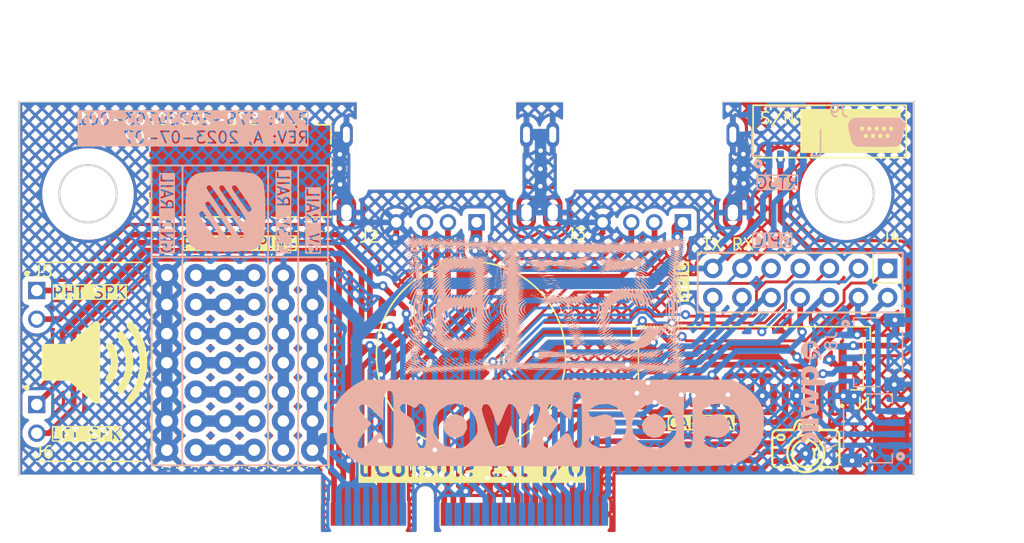
<source format=kicad_pcb>
(kicad_pcb (version 20230620) (generator pcbnew)
  (title_block (title "uConsole Ext I/O Breakout Board") (date "2023-07-07") (rev "A") (company "57Bravo") (comment 1 "P/N: 57B-20230703-001"))
  (layers (0 "F.Cu" signal) (31 "B.Cu" signal) (34 "B.Paste" user) (35 "F.Paste" user) (36 "B.SilkS" user "B.Silkscreen") (37 "F.SilkS" user "F.Silkscreen") (38 "B.Mask" user) (39 "F.Mask" user) (44 "Edge.Cuts" user))
  (net 0 "")
  (net 1 "/SPK_LP")
  (net 2 "/3.3V")
  (net 3 "/5V")
  (net 4 "/DM3")
  (net 5 "/DP3")
  (net 6 "/DM4")
  (net 7 "/DP4")
  (net 8 "/CAM_PWR_EN")
  (net 9 "/GPIO38_CM6")
  (net 10 "/SPK_RP")
  (net 11 "/SPK_LN")
  (net 12 "/GPIO37_CM27")
  (net 13 "/GPIO36_CM26")
  (net 16 "/GPIO35_CM25")
  (net 17 "/GPIO34_CM24")
  (net 20 "/GPIO45_CM_SCL0")
  (net 21 "/CAM1_CP")
  (net 22 "/GPIO44_CM_SDA0")
  (net 23 "/CAM1_CN")
  (net 24 "/GPIO43_CM23")
  (net 25 "/GPIO41_CM17")
  (net 26 "/CAM1_DP1")
  (net 27 "/GPIO40_CM16")
  (net 28 "/CAM1_DN1")
  (net 29 "/GPIO39_CM7")
  (net 31 "/CAM1_DP0")
  (net 33 "/CAM1_DN0")
  (net 36 "/SPK_RN")
  (net 37 "GND")
  (net 38 "/GPIO33_CM15_RX0")
  (net 39 "/GPIO32_CM14_TX0")
  (footprint "Connector_PinHeader_2.54mm:PinHeader_1x07_P2.54mm_Vertical" (layer "F.Cu") (at 127 83.82)
    (property "Reference" "REF**" hide)
    (property "Value" "PinHeader_1x07_P2.54mm_Vertical" hide)
  )
  (footprint "Connector_PinHeader_2.54mm:PinHeader_1x07_P2.54mm_Vertical" (layer "F.Cu") (at 129.54 83.82)
    (property "Reference" "REF**" hide)
    (property "Value" "PinHeader_1x07_P2.54mm_Vertical" hide)
  )
  (footprint "Connector_PinHeader_2.54mm:PinHeader_1x07_P2.54mm_Vertical" (layer "F.Cu") (at 121.92 83.82)
    (property "Reference" "REF**" hide)
    (property "Value" "PinHeader_1x07_P2.54mm_Vertical" hide)
  )
  (footprint "LOGO" (layer "F.Cu") (at 148.4122 90.8558)
    (property "Reference" "G***" hide)
    (property "Value" "LOGO" hide)
  )
  (footprint "1_project:JST_S2B-XH-A(LF)(SN)" (layer "F.Cu") (at 110.58025 96.33 -90)
    (property "Reference" "J6")
    (property "Value" "S2B-XH-A(LF)(SN)" hide)
  )
  (footprint "LOGO" (layer "F.Cu") (at 115.534295 91.308456)
    (property "Reference" "G***" hide)
    (property "Value" "LOGO" hide)
  )
  (footprint "Connector_PinHeader_2.54mm:PinHeader_2x07_P2.54mm_Vertical" (layer "F.Cu") (at 184.765 83.215 -90)
    (property "Reference" "J4")
    (property "Value" "Conn_02x07_Counter_Clockwise" hide)
  )
  (footprint "1_project:AMPHENOL_SFW15R-2STE1LF" (layer "F.Cu") (at 172.84 92.2 180)
    (property "Reference" "J1")
    (property "Value" "SFW15R-2STE1LF" hide)
  )
  (footprint "1_project:JST_S2B-XH-A(LF)(SN)" (layer "F.Cu") (at 110.58025 86.39 -90)
    (property "Reference" "J5")
    (property "Value" "S2B-XH-A(LF)(SN)" hide)
  )
  (footprint "LOGO" (layer "F.Cu") (at 128.28 74.703614)
    (property "Reference" "G***" hide)
    (property "Value" "LOGO" hide)
  )
  (footprint "1_project:ext_card_fp" (layer "F.Cu") (at 148.2 106.2)
    (property "Reference" "P1" hide)
    (property "Value" "~" hide)
    (fp_line (start -39.15 -5) (end -39.15 -37.5) (stroke (width 0.2)) (layer "Edge.Cuts"))
    (fp_line (start -12.85 -5) (end -39.15 -5) (stroke (width 0.05)) (layer "Edge.Cuts"))
    (fp_line (start -12.85 -2.4) (end -12.85 -5) (stroke (width 0.05)) (layer "Edge.Cuts"))
    (fp_line (start -12.85 0) (end -12.85 -2.4) (stroke (width 0.01)) (layer "Edge.Cuts"))
    (fp_line (start -4.5 0) (end -12.85 0) (stroke (width 0.01)) (layer "Edge.Cuts"))
    (fp_line (start -4.5 0) (end -4.5 -3.25) (stroke (width 0.01)) (layer "Edge.Cuts"))
    (fp_line (start -3 0) (end -3 -3.25) (stroke (width 0.01)) (layer "Edge.Cuts"))
    (fp_line (start -3 0) (end 12.85 0) (stroke (width 0.01)) (layer "Edge.Cuts"))
    (fp_line (start 12.85 -4.99) (end 38.85 -5) (stroke (width 0.05)) (layer "Edge.Cuts"))
    (fp_line (start 12.85 -2.4) (end 12.85 -4.99) (stroke (width 0.05)) (layer "Edge.Cuts"))
    (fp_line (start 12.85 0) (end 12.85 -2.4) (stroke (width 0.01)) (layer "Edge.Cuts"))
    (fp_line (start 38.85 -37.5) (end 38.85 -5) (stroke (width 0.2)) (layer "Edge.Cuts"))
    (fp_arc (start -4.5 -3.25) (mid -3.75 -4) (end -3 -3.25) (stroke (width 0.01)) (layer "Edge.Cuts"))
    (fp_circle (center -33.15 -29.49997) (end -33.15 -31.99997) (stroke (width 0.2)) (fill none) (layer "Edge.Cuts"))
    (fp_circle (center 32.85 -29.49997) (end 32.85 -31.99997) (stroke (width 0.2)) (fill none) (layer "Edge.Cuts"))
  )
  (footprint "Connector_PinHeader_2.54mm:PinHeader_1x07_P2.54mm_Vertical" (layer "F.Cu") (at 134.62 83.82)
    (property "Reference" "REF**" hide)
    (property "Value" "PinHeader_1x07_P2.54mm_Vertical" hide)
  )
  (footprint "Connector_PinHeader_2.54mm:PinHeader_1x07_P2.54mm_Vertical" (layer "F.Cu") (at 132.08 83.82)
    (property "Reference" "REF**" hide)
    (property "Value" "PinHeader_1x07_P2.54mm_Vertical" hide)
  )
  (footprint "LOGO" (layer "F.Cu") (at 177.63 98.49)
    (property "Reference" "G***" hide)
    (property "Value" "LOGO" hide)
  )
  (footprint "Connector_PinHeader_2.54mm:PinHeader_1x07_P2.54mm_Vertical" (layer "F.Cu") (at 124.46 83.82)
    (property "Reference" "REF**" hide)
    (property "Value" "PinHeader_1x07_P2.54mm_Vertical" hide)
  )
  (footprint "1_project:JST_SM04B-SRSS-TB(LF)(SN)" (layer "B.Cu") (at 175.92 73.7)
    (property "Reference" "J9")
    (property "Value" "SM04B-SRSS-TB(LF)(SN)" hide)
  )
  (footprint "1_project:GSB12J21C1EU" (layer "B.Cu") (at 145.4278 68.6972)
    (property "Reference" "J2")
    (property "Value" "GSB12J21C1EU" hide)
    (fp_line (start -7.5 7.65) (end -7.5 4.35) (stroke (width 0.01)) (layer "Edge.Cuts"))
    (fp_line (start -6.95 4.35) (end -7.5 4.35) (stroke (width 0.01)) (layer "Edge.Cuts"))
    (fp_line (start -6.95 4.35) (end -6.95 0) (stroke (width 0.01)) (layer "Edge.Cuts"))
    (fp_line (start 6 7.65) (end -6 7.65) (stroke (width 0.01)) (layer "Edge.Cuts"))
    (fp_line (start 6.95 4.35) (end 6.95 0) (stroke (width 0.01)) (layer "Edge.Cuts"))
    (fp_line (start 7.5 4.35) (end 6.95 4.35) (stroke (width 0.01)) (layer "Edge.Cuts"))
    (fp_line (start 7.5 7.65) (end 7.5 4.35) (stroke (width 0.01)) (layer "Edge.Cuts"))
    (fp_arc (start -6 7.65) (mid -6.75 8.4) (end -7.5 7.65) (stroke (width 0.01)) (layer "Edge.Cuts"))
    (fp_arc (start 7.5 7.65) (mid 6.75 8.4) (end 6 7.65) (stroke (width 0.01)) (layer "Edge.Cuts"))
  )
  (footprint "LOGO" (layer "B.Cu") (at 183.8206 71.33718 180)
    (property "Reference" "G***" hide)
    (property "Value" "LOGO" hide)
  )
  (footprint "LOGO" (layer "B.Cu") (at 127.04 78.24 180)
    (property "Reference" "G***" hide)
    (property "Value" "LOGO" hide)
  )
  (footprint "LOGO" (layer "B.Cu") (at 155.283437 96.584095 180)
    (property "Reference" "G***" hide)
    (property "Value" "LOGO" hide)
  )
  (footprint "1_project:GSB12J21C1EU" (layer "B.Cu") (at 163.4184 68.6972)
    (property "Reference" "J3")
    (property "Value" "GSB12J21C1EU" hide)
    (fp_line (start -7.5 7.65) (end -7.5 4.35) (stroke (width 0.01)) (layer "Edge.Cuts"))
    (fp_line (start -6.95 4.35) (end -7.5 4.35) (stroke (width 0.01)) (layer "Edge.Cuts"))
    (fp_line (start -6.95 4.35) (end -6.95 0) (stroke (width 0.01)) (layer "Edge.Cuts"))
    (fp_line (start 6 7.65) (end -6 7.65) (stroke (width 0.01)) (layer "Edge.Cuts"))
    (fp_line (start 6.95 4.35) (end 6.95 0) (stroke (width 0.01)) (layer "Edge.Cuts"))
    (fp_line (start 7.5 4.35) (end 6.95 4.35) (stroke (width 0.01)) (layer "Edge.Cuts"))
    (fp_line (start 7.5 7.65) (end 7.5 4.35) (stroke (width 0.01)) (layer "Edge.Cuts"))
    (fp_arc (start -6 7.65) (mid -6.75 8.4) (end -7.5 7.65) (stroke (width 0.01)) (layer "Edge.Cuts"))
    (fp_arc (start 7.5 7.65) (mid 6.75 8.4) (end 6 7.65) (stroke (width 0.01)) (layer "Edge.Cuts"))
  )
  (footprint "1_project:JST_SM04B-SRSS-TB(LF)(SN)" (layer "B.Cu") (at 185.5 97.16 90)
    (property "Reference" "J7")
    (property "Value" "SM04B-SRSS-TB(LF)(SN)" hide)
  )
  (footprint "LOGO" (layer "B.Cu") (at 154.9146 86.4362 180)
    (property "Reference" "G***" hide)
    (property "Value" "LOGO" hide)
  )
  (footprint "1_project:JST_SM04B-SRSS-TB(LF)(SN)" (layer "B.Cu") (at 181.485 90.52 -90)
    (property "Reference" "J8")
    (property "Value" "SM04B-SRSS-TB(LF)(SN)" hide)
  )
  (footprint "LOGO" (layer "B.Cu") (at 178.230883 93.941259 -90)
    (property "Reference" "G***" hide)
    (property "Value" "LOGO" hide)
  )
  (gr_line (start 120.56 82.24) (end 136 82.24) (stroke (width 0.15)) (layer "B.SilkS"))
  (gr_line (start 133.37 74.21) (end 133.38 100.34) (stroke (width 0.15)) (layer "B.SilkS"))
  (gr_rect (start 168.21 81.83) (end 186.06 87.04) (stroke (width 0.15)) (fill none) (layer "B.SilkS"))
  (gr_line (start 120.58 82.5773) (end 120.58 100.3827) (stroke (width 0.15)) (layer "B.SilkS"))
  (gr_line (start 130.75 74.23) (end 130.73 100.32) (stroke (width 0.15)) (layer "B.SilkS"))
  (gr_line (start 135.97 82.7773) (end 135.97 100.3827) (stroke (width 0.15)) (layer "B.SilkS"))
  (gr_rect (start 120.58 74.24) (end 135.97 100.3827) (stroke (width 0.15)) (fill none) (layer "B.SilkS"))
  (gr_line (start 123.29 74.24) (end 123.2662 100.3935) (stroke (width 0.15)) (layer "B.SilkS"))
  (gr_line (start 123.2662 82.5754) (end 123.2662 100.3808) (stroke (width 0.15)) (layer "F.SilkS"))
  (gr_rect (start 173.0369 68.99) (end 186.3823 73.5554) (stroke (width 0.15)) (fill none) (layer "F.SilkS"))
  (gr_circle (center 148.44 90.87) (end 154.84 96.07) (stroke (width 0.15)) (fill none) (layer "F.SilkS"))
  (gr_line (start 133.3754 82.7913) (end 133.3754 100.5967) (stroke (width 0.15)) (layer "F.SilkS"))
  (gr_rect (start 120.61 79.97) (end 136.04 100.5927) (stroke (width 0.15) (type dot)) (fill none) (layer "F.SilkS"))
  (gr_line (start 136.04 82.7873) (end 136.04 100.5927) (stroke (width 0.15)) (layer "F.SilkS"))
  (gr_line (start 130.7592 82.7405) (end 130.7592 100.5459) (stroke (width 0.15)) (layer "F.SilkS"))
  (gr_rect (start 120.43 70.69) (end 136.23 78.73) (stroke (width 0.15) (type dash_dot)) (fill none) (layer "F.SilkS"))
  (gr_rect (start 177.229792 69.380427) (end 185.845192 73.075827) (stroke (width 0.15)) (fill solid) (layer "F.SilkS"))
  (gr_line (start 120.61 82.5773) (end 120.61 100.3827) (stroke (width 0.15)) (layer "F.SilkS"))
  (gr_line (start 170.3684 68.6972) (end 187.05 68.7) (stroke (width 0.1)) (layer "Edge.Cuts"))
  (gr_line (start 109.05 68.7) (end 138.4778 68.6972) (stroke (width 0.1)) (layer "Edge.Cuts"))
  (gr_line (start 152.3778 68.6972) (end 156.4684 68.6972) (stroke (width 0.1)) (layer "Edge.Cuts"))
  (gr_text "3.3V RAIL" (at 131.46 81.97 270) (layer "B.SilkS" knockout) (effects (font (size 1 1)) (justify left bottom mirror)))
  (gr_text "5V RAIL   " (at 134.04 82.04 270) (layer "B.SilkS" knockout) (effects (font (size 1 1)) (justify left bottom mirror)))
  (gr_text "RT3G" (at 177.121261 76.341331 0) (layer "B.SilkS" knockout) (effects (font (size 1 1)) (justify left bottom mirror)))
  (gr_text "P/N: 57B-20230703-001\nREV: A, 2023-07-07" (at 134.4168 72.39 0) (layer "B.SilkS" knockout) (effects (font (size 1 1)) (justify left bottom mirror)))
  (gr_text "GND RAIL" (at 121.31 82.04 270) (layer "B.SilkS" knockout) (effects (font (size 1 1)) (justify left bottom mirror)))
  (gr_text "GPIO" (at 176.57 81.39 0) (layer "B.SilkS" knockout) (effects (font (size 1 1)) (justify left bottom mirror)))
  (gr_text "LFT SPK" (at 111.76 98.27 -0) (layer "F.SilkS" knockout) (effects (font (size 1 1)) (justify left bottom)))
  (gr_text "TX" (at 168.53 81.72 0) (layer "F.SilkS") (effects (font (size 1 1)) (justify left bottom)))
  (gr_text "RHT SPK" (at 111.82 85.9 -0) (layer "F.SilkS" knockout) (effects (font (size 1 1)) (justify left bottom)))
  (gr_text "GPIO" (at 167.4 86.22 90) (layer "F.SilkS" knockout) (effects (font (size 1 1)) (justify left bottom)))
  (gr_text "RX" (at 171.06 81.7 0) (layer "F.SilkS") (effects (font (size 1 1)) (justify left bottom)))
  (gr_text "uConsole Ext I/O" (at 138.39 101.44 0) (layer "F.SilkS" knockout) (effects (font (size 1.5 1.5) (thickness 0.3) bold) (justify left bottom)))
  (gr_text "PROTOTYPING" (at 123.17 81.64 0) (layer "F.SilkS" knockout) (effects (font (size 1 1)) (justify left bottom)))
  (gr_text "CAMERA" (at 165.48 97.29 0) (layer "F.SilkS" knockout) (effects (font (size 1 1)) (justify left bottom)))
  (gr_text "S/N:" (at 173.5177 70.688444 0) (layer "F.SilkS") (effects (font (size 1 1)) (justify left bottom)))
  (segment (start 124.46 88.9) (end 129.54 88.9) (width 1) (layer "B.Cu") (net 0))
  (segment (start 124.46 99.06) (end 129.54 99.06) (width 1) (layer "B.Cu") (net 0))
  (segment (start 124.46 86.36) (end 129.54 86.36) (width 1) (layer "B.Cu") (net 0))
  (segment (start 124.46 96.52) (end 129.54 96.52) (width 1) (layer "B.Cu") (net 0))
  (segment (start 124.46 83.82) (end 129.54 83.82) (width 1) (layer "B.Cu") (net 0))
  (segment (start 124.46 91.44) (end 129.54 91.44) (width 1) (layer "B.Cu") (net 0))
  (segment (start 124.46 93.98) (end 129.54 93.98) (width 1) (layer "B.Cu") (net 0))
  (segment (start 136.2314 100.9889) (end 136.2314 82.6314) (width 0.5) (layer "F.Cu") (net 1))
  (segment (start 136.5 101.2575) (end 136.2314 100.9889) (width 0.5) (layer "F.Cu") (net 1))
  (segment (start 113.795025 88.934975) (end 113.795025 95.424975) (width 0.5) (layer "F.Cu") (net 1))
  (segment (start 136.5 104.65) (end 136.5 101.2575) (width 0.5) (layer "F.Cu") (net 1))
  (segment (start 111.64 97.58) (end 110.58025 97.58) (width 0.5) (layer "F.Cu") (net 1))
  (segment (start 120.36 82.37) (end 113.795025 88.934975) (width 0.5) (layer "F.Cu") (net 1))
  (segment (start 135.97 82.37) (end 120.36 82.37) (width 0.5) (layer "F.Cu") (net 1))
  (segment (start 113.795025 95.424975) (end 111.64 97.58) (width 0.5) (layer "F.Cu") (net 1))
  (segment (start 136.2314 82.6314) (end 135.97 82.37) (width 0.5) (layer "F.Cu") (net 1))
  (segment (start 186.55 89.34) (end 186.55 82.53) (width 0.5) (layer "F.Cu") (net 2))
  (segment (start 146.9 103.09) (end 146.9 104.65) (width 0.5) (layer "F.Cu") (net 2))
  (segment (start 175.42 79.02) (end 175.42 73.7) (width 0.5) (layer "F.Cu") (net 2))
  (segment (start 185.7 81.68) (end 178.08 81.68) (width 0.5) (layer "F.Cu") (net 2))
  (segment (start 176.04 90.1) (end 176.86 90.92) (width 0.5) (layer "F.Cu") (net 2))
  (segment (start 146.38 102.57) (end 146.9 103.09) (width 0.5) (layer "F.Cu") (net 2))
  (segment (start 186.55 82.53) (end 185.7 81.68) (width 0.5) (layer "F.Cu") (net 2))
  (segment (start 165.84 89.68) (end 165.84 92.68) (width 0.5) (layer "F.Cu") (net 2))
  (segment (start 165.84 94.3) (end 165.84 92.68) (width 0.5) (layer "F.Cu") (net 2))
  (segment (start 154.67 88.8) (end 164.96 88.8) (width 0.5) (layer "F.Cu") (net 2))
  (segment (start 142.7988 86.7664) (end 140.7668 84.7344) (width 0.5) (layer "F.Cu") (net 2))
  (segment (start 164.96 88.8) (end 165.84 89.68) (width 0.5) (layer "F.Cu") (net 2))
  (segment (start 142.7988 87.1728) (end 142.7988 86.7664) (width 0.5) (layer "F.Cu") (net 2))
  (segment (start 168.42 90.1) (end 176.04 90.1) (width 0.5) (layer "F.Cu") (net 2))
  (segment (start 181.768603 89.943091) (end 185.946909 89.943091) (width 0.5) (layer "F.Cu") (net 2))
  (segment (start 178.08 81.68) (end 175.42 79.02) (width 0.5) (layer "F.Cu") (net 2))
  (segment (start 175.2 73.92) (end 175.42 73.7) (width 0.25) (layer "F.Cu") (net 2))
  (segment (start 146.1 102.85) (end 146.38 102.57) (width 0.5) (layer "F.Cu") (net 2))
  (segment (start 165.84 92.68) (end 168.42 90.1) (width 0.5) (layer "F.Cu") (net 2))
  (segment (start 149.28 94.23) (end 149.28 94.19) (width 0.5) (layer "F.Cu") (net 2))
  (segment (start 146.38 100.1266) (end 145.288 99.0346) (width 0.5) (layer "F.Cu") (net 2))
  (segment (start 146.38 100.690051) (end 146.38 100.1266) (width 0.5) (layer "F.Cu") (net 2))
  (segment (start 146.38 102.57) (end 146.38 100.690051) (width 0.5) (layer "F.Cu") (net 2))
  (segment (start 146.38 97.13) (end 149.28 94.23) (width 0.5) (layer "F.Cu") (net 2))
  (segment (start 185.946909 89.943091) (end 186.55 89.34) (width 0.5) (layer "F.Cu") (net 2))
  (segment (start 149.28 94.19) (end 154.67 88.8) (width 0.5) (layer "F.Cu") (net 2))
  (segment (start 146.38 100.690051) (end 146.38 97.13) (width 0.5) (layer "F.Cu") (net 2))
  (segment (start 146.1 104.65) (end 146.1 102.85) (width 0.5) (layer "F.Cu") (net 2))
  (via (at 140.7668 84.7344) (size 0.8) (drill 0.4) (layers "F.Cu" "B.Cu") (net 2))
  (via (at 176.86 90.92) (size 0.8) (drill 0.4) (layers "F.Cu" "B.Cu") (net 2))
  (via (at 181.768603 89.943091) (size 0.8) (drill 0.4) (layers "F.Cu" "B.Cu") (net 2))
  (via (at 145.288 99.0346) (size 0.8) (drill 0.4) (layers "F.Cu" "B.Cu") (net 2))
  (via (at 142.7988 87.1728) (size 0.8) (drill 0.4) (layers "F.Cu" "B.Cu") (net 2))
  (via (at 175.42 73.7) (size 0.8) (drill 0.4) (layers "F.Cu" "B.Cu") (net 2))
  (segment (start 178.28 92.1) (end 178.28 91.07) (width 0.5) (layer "B.Cu") (net 2))
  (segment (start 132.5626 81.915) (end 132.08 82.3976) (width 0.5) (layer "B.Cu") (net 2))
  (segment (start 145.288 99.0346) (end 145.288 91.135851) (width 0.5) (layer "B.Cu") (net 2))
  (segment (start 176.86 90.92) (end 178.16 92.22) (width 0.5) (layer "B.Cu") (net 2))
  (segment (start 178.16 92.22) (end 178.28 92.1) (width 0.5) (layer "B.Cu") (net 2))
  (segment (start 132.08 99.06) (end 132.08 83.82) (width 1) (layer "B.Cu") (net 2))
  (segment (start 137.16 81.915) (end 132.5626 81.915) (width 0.5) (layer "B.Cu") (net 2))
  (segment (start 178.28 91.07) (end 179.33 90.02) (width 0.5) (layer "B.Cu") (net 2))
  (segment (start 139.9794 84.7344) (end 137.16 81.915) (width 0.5) (layer "B.Cu") (net 2))
  (segment (start 140.7668 84.7344) (end 139.9794 84.7344) (width 0.5) (layer "B.Cu") (net 2))
  (segment (start 132.08 82.3976) (end 132.08 83.82) (width 0.5) (layer "B.Cu") (net 2))
  (segment (start 179.33 90.02) (end 181.485 90.02) (width 0.5) (layer "B.Cu") (net 2))
  (segment (start 145.288 91.135851) (end 142.7988 88.646651) (width 0.5) (layer "B.Cu") (net 2))
  (segment (start 178.16 92.22) (end 178.16 95.83) (width 0.5) (layer "B.Cu") (net 2))
  (segment (start 178.16 95.83) (end 179.99 97.66) (width 0.5) (layer "B.Cu") (net 2))
  (segment (start 179.99 97.66) (end 185.5 97.66) (width 0.5) (layer "B.Cu") (net 2))
  (segment (start 142.7988 88.646651) (end 142.7988 87.1728) (width 0.5) (layer "B.Cu") (net 2))
  (segment (start 148.864 80.53) (end 148.864 80.654) (width 1) (layer "F.Cu") (net 3))
  (segment (start 148.864 80.654) (end 148.92 80.71) (width 1) (layer "F.Cu") (net 3))
  (segment (start 148.92 79.205) (end 148.9278 79.1972) (width 1) (layer "F.Cu") (net 3))
  (segment (start 166.436 79.6796) (end 166.9184 79.1972) (width 1) (layer "F.Cu") (net 3))
  (segment (start 166.436 80.47) (end 166.436 79.6796) (width 1) (layer "F.Cu") (net 3))
  (segment (start 148.92 80.71) (end 148.92 79.205) (width 1) (layer "F.Cu") (net 3))
  (via (at 148.79 81.67) (size 0.8) (drill 0.4) (layers "F.Cu" "B.Cu") (net 3))
  (via (at 166.436 80.47) (size 0.8) (drill 0.4) (layers "F.Cu" "B.Cu") (net 3))
  (via (at 148.92 80.71) (size 0.8) (drill 0.4) (layers "F.Cu" "B.Cu") (net 3))
  (via (at 166.38 81.45) (size 0.8) (drill 0.4) (layers "F.Cu" "B.Cu") (net 3))
  (segment (start 151.65 84.53) (end 151.64 84.52) (width 1) (layer "B.Cu") (net 3))
  (segment (start 138.47 89.284365) (end 138.627183 89.127183) (width 1) (layer "B.Cu") (net 3))
  (segment (start 140.09 102.34) (end 139.78 102.03) (width 0.5) (layer "B.Cu") (net 3))
  (segment (start 137.7 102.08) (end 137.65 102.03) (width 0.5) (layer "B.Cu") (net 3))
  (segment (start 148.765 80.865) (end 148.765 81.645) (width 1) (layer "B.Cu") (net 3))
  (segment (start 137.65 102.03) (end 137.29 102.03) (width 0.5) (layer "B.Cu") (net 3))
  (segment (start 140.1 104.65) (end 140.1 102.67995) (width 0.5) (layer "B.Cu") (net 3))
  (segment (start 151.64 84.52) (end 143.234365 84.52) (width 1) (layer "B.Cu") (net 3))
  (segment (start 166.38 81.45) (end 166.436 81.394) (width 1) (layer "B.Cu") (net 3))
  (segment (start 137.29 101.73) (end 134.62 99.06) (width 0.5) (layer "B.Cu") (net 3))
  (segment (start 148.79 81.67) (end 151.65 84.53) (width 1) (layer "B.Cu") (net 3))
  (segment (start 134.62 99.06) (end 135.62 98.06) (width 1) (layer "B.Cu") (net 3))
  (segment (start 138.47 89.284365) (end 138.47 99.0854) (width 1) (layer "B.Cu") (net 3))
  (segment (start 148.765 81.645) (end 148.79 81.67) (width 1) (layer "B.Cu") (net 3))
  (segment (start 138.627183 87.827183) (end 134.62 83.82) (width 1) (layer "B.Cu") (net 3))
  (segment (start 143.234365 84.52) (end 138.47 89.284365) (width 1) (layer "B.Cu") (net 3))
  (segment (start 138.5 104.65) (end 138.5 102.06) (width 0.5) (layer "B.Cu") (net 3))
  (segment (start 138.5 102.06) (end 138.47 102.03) (width 0.5) (layer "B.Cu") (net 3))
  (segment (start 137.4446 98.06) (end 138.47 99.0854) (width 1) (layer "B.Cu") (net 3))
  (segment (start 151.65 84.53) (end 164.116498 84.53) (width 1) (layer "B.Cu") (net 3))
  (segment (start 166.436 81.394) (end 166.436 80.47) (width 1) (layer "B.Cu") (net 3))
  (segment (start 164.116498 84.53) (end 166.38 82.266498) (width 1) (layer "B.Cu") (net 3))
  (segment (start 137.29 102.03) (end 136.9 102.42) (width 0.5) (layer "B.Cu") (net 3))
  (segment (start 148.92 80.71) (end 148.765 80.865) (width 1) (layer "B.Cu") (net 3))
  (segment (start 136.9 102.42) (end 136.9 104.65) (width 0.5) (layer "B.Cu") (net 3))
  (segment (start 139.78 102.03) (end 139.28 102.03) (width 0.5) (layer "B.Cu") (net 3))
  (segment (start 166.38 82.266498) (end 166.38 81.45) (width 1) (layer "B.Cu") (net 3))
  (segment (start 140.1 102.67995) (end 140.09 102.669949) (width 0.5) (layer "B.Cu") (net 3))
  (segment (start 137.29 102.03) (end 137.29 101.73) (width 0.5) (layer "B.Cu") (net 3))
  (segment (start 138.47 102.03) (end 137.65 102.03) (width 0.5) (layer "B.Cu") (net 3))
  (segment (start 139.3 104.65) (end 139.3 102.05) (width 0.5) (layer "B.Cu") (net 3))
  (segment (start 139.28 102.03) (end 138.47 102.03) (width 0.5) (layer "B.Cu") (net 3))
  (segment (start 140.09 102.669949) (end 140.09 102.34) (width 0.5) (layer "B.Cu") (net 3))
  (segment (start 138.47 99.0854) (end 138.900117 99.515517) (width 1) (layer "B.Cu") (net 3))
  (segment (start 134.62 99.06) (end 134.62 83.82) (width 1) (layer "B.Cu") (net 3))
  (segment (start 138.900117 101.599883) (end 138.47 102.03) (width 1) (layer "B.Cu") (net 3))
  (segment (start 138.627183 89.127183) (end 138.627183 87.827183) (width 1) (layer "B.Cu") (net 3))
  (segment (start 138.900117 99.515517) (end 138.900117 101.599883) (width 1) (layer "B.Cu") (net 3))
  (segment (start 135.62 98.06) (end 137.4446 98.06) (width 1) (layer "B.Cu") (net 3))
  (segment (start 139.3 102.05) (end 139.28 102.03) (width 0.5) (layer "B.Cu") (net 3))
  (segment (start 137.7 104.65) (end 137.7 102.08) (width 0.5) (layer "B.Cu") (net 3))
  (segment (start 143.110632 88.7228) (end 142.043832 89.7896) (width 0.5) (layer "F.Cu") (net 4))
  (segment (start 142.043832 89.7896) (end 141.979432 89.7896) (width 0.5) (layer "F.Cu") (net 4))
  (segment (start 139.67 104.62) (end 139.7 104.65) (width 0.5) (layer "F.Cu") (net 4))
  (segment (start 146.4278 85.735832) (end 143.440832 88.7228) (width 0.5) (layer "F.Cu") (net 4))
  (segment (start 143.440832 88.7228) (end 143.110632 88.7228) (width 0.5) (layer "F.Cu") (net 4))
  (segment (start 139.67 92.099032) (end 139.67 104.62) (width 0.5) (layer "F.Cu") (net 4))
  (segment (start 146.4278 79.1972) (end 146.4278 85.735832) (width 0.5) (layer "F.Cu") (net 4))
  (segment (start 141.979432 89.7896) (end 139.67 92.099032) (width 0.5) (layer "F.Cu") (net 4))
  (segment (start 141.3374 89.441682) (end 138.9 91.879082) (width 0.5) (layer "F.Cu") (net 5))
  (segment (start 141.3374 89.420569) (end 141.3374 89.441682) (width 0.5) (layer "F.Cu") (net 5))
  (segment (start 141.753882 89.0896) (end 141.668369 89.0896) (width 0.5) (layer "F.Cu") (net 5))
  (segment (start 144.4278 86.745882) (end 143.150882 88.0228) (width 0.5) (layer "F.Cu") (net 5))
  (segment (start 142.820682 88.0228) (end 141.753882 89.0896) (width 0.5) (layer "F.Cu") (net 5))
  (segment (start 138.9 91.879082) (end 138.9 104.65) (width 0.5) (layer "F.Cu") (net 5))
  (segment (start 141.668369 89.0896) (end 141.3374 89.420569) (width 0.5) (layer "F.Cu") (net 5))
  (segment (start 143.150882 88.0228) (end 142.820682 88.0228) (width 0.5) (layer "F.Cu") (net 5))
  (segment (start 144.4278 79.1972) (end 144.4278 86.745882) (width 0.5) (layer "F.Cu") (net 5))
  (segment (start 161.511 83.945) (end 151.625 83.945) (width 0.5) (layer "F.Cu") (net 6))
  (segment (start 164.4184 79.1972) (end 164.4396 79.2184) (width 0.5) (layer "F.Cu") (net 6))
  (segment (start 164.4396 81.0164) (end 161.511 83.945) (width 0.5) (layer "F.Cu") (net 6))
  (segment (start 151.625 83.945) (end 142.1 93.47) (width 0.5) (layer "F.Cu") (net 6))
  (segment (start 142.1 93.47) (end 142.1 104.65) (width 0.5) (layer "F.Cu") (net 6))
  (segment (start 164.4396 79.2184) (end 164.4396 81.0164) (width 0.5) (layer "F.Cu") (net 6))
  (segment (start 151.322796 83.245) (end 141.4 93.167796) (width 0.5) (layer "F.Cu") (net 7))
  (segment (start 141.4 93.167796) (end 141.4 98.572082) (width 0.5) (layer "F.Cu") (net 7))
  (segment (start 141.3 98.672082) (end 141.3 104.65) (width 0.5) (layer "F.Cu") (net 7))
  (segment (start 162.4184 79.1972) (end 162.4184 81.0376) (width 0.5) (layer "F.Cu") (net 7))
  (segment (start 162.4184 81.0376) (end 160.211 83.245) (width 0.5) (layer "F.Cu") (net 7))
  (segment (start 160.211 83.245) (end 151.322796 83.245) (width 0.5) (layer "F.Cu") (net 7))
  (segment (start 141.4 98.572082) (end 141.3 98.672082) (width 0.5) (layer "F.Cu") (net 7))
  (segment (start 177.145 88.584434) (end 177.318481 88.757915) (width 0.5) (layer "F.Cu") (net 8))
  (segment (start 177.145 85.755) (end 177.145 88.584434) (width 0.5) (layer "F.Cu") (net 8))
  (segment (start 168.84 94.3) (end 168.84 93.104012) (width 0.5) (layer "F.Cu") (net 8))
  (segment (start 168.84 93.104012) (end 169.452006 92.492006) (width 0.5) (layer "F.Cu") (net 8))
  (segment (start 169.84 94.3) (end 169.84 92.88) (width 0.5) (layer "F.Cu") (net 8))
  (segment (start 169.84 92.88) (end 169.452006 92.492006) (width 0.5) (layer "F.Cu") (net 8))
  (via (at 177.318481 88.757915) (size 0.8) (drill 0.4) (layers "F.Cu" "B.Cu") (net 8))
  (via (at 169.452006 92.492006) (size 0.8) (drill 0.4) (layers "F.Cu" "B.Cu") (net 8))
  (segment (start 169.452006 92.492006) (end 171.544012 90.4) (width 0.5) (layer "B.Cu") (net 8))
  (segment (start 169.144012 92.8) (end 169.452006 92.492006) (width 0.5) (layer "B.Cu") (net 8))
  (segment (start 171.544012 90.4) (end 176.177918 90.4) (width 0.5) (layer "B.Cu") (net 8))
  (segment (start 158.39302 95.187031) (end 163.080205 95.187031) (width 0.5) (layer "B.Cu") (net 8))
  (segment (start 157.94 101.456497) (end 157.94 95.640051) (width 0.5) (layer "B.Cu") (net 8))
  (segment (start 163.619106 94.64813) (end 163.619106 94.547919) (width 0.5) (layer "B.Cu") (net 8))
  (segment (start 164.117024 94.050001) (end 165.116199 94.050001) (width 0.5) (layer "B.Cu") (net 8))
  (segment (start 157.7 104.65) (end 157.7 102.604164) (width 0.5) (layer "B.Cu") (net 8))
  (segment (start 157.94 95.640051) (end 158.39302 95.187031) (width 0.5) (layer "B.Cu") (net 8))
  (segment (start 157.7 102.604164) (end 158.014182 102.289982) (width 0.5) (layer "B.Cu") (net 8))
  (segment (start 165.116199 94.050001) (end 166.3662 92.8) (width 0.5) (layer "B.Cu") (net 8))
  (segment (start 163.619106 94.547919) (end 164.117024 94.050001) (width 0.5) (layer "B.Cu") (net 8))
  (segment (start 166.3662 92.8) (end 169.144012 92.8) (width 0.5) (layer "B.Cu") (net 8))
  (segment (start 158.014182 101.530679) (end 157.94 101.456497) (width 0.5) (layer "B.Cu") (net 8))
  (segment (start 176.177918 90.4) (end 177.318481 89.259437) (width 0.5) (layer "B.Cu") (net 8))
  (segment (start 158.014182 102.289982) (end 158.014182 101.530679) (width 0.5) (layer "B.Cu") (net 8))
  (segment (start 177.318481 89.259437) (end 177.318481 88.757915) (width 0.5) (layer "B.Cu") (net 8))
  (segment (start 163.080205 95.187031) (end 163.619106 94.64813) (width 0.5) (layer "B.Cu") (net 8))
  (segment (start 184.765 83.215) (end 183.49 84.49) (width 0.25) (layer "F.Cu") (net 9))
  (segment (start 181.6 84.49) (end 180.97 85.12) (width 0.25) (layer "F.Cu") (net 9))
  (segment (start 177.576701 89.525) (end 167.215 89.525) (width 0.25) (layer "F.Cu") (net 9))
  (segment (start 183.49 84.49) (end 181.6 84.49) (width 0.25) (layer "F.Cu") (net 9))
  (segment (start 180.97 86.131701) (end 177.576701 89.525) (width 0.25) (layer "F.Cu") (net 9))
  (segment (start 167.215 89.525) (end 166.84 89.15) (width 0.25) (layer "F.Cu") (net 9))
  (segment (start 180.97 85.12) (end 180.97 86.131701) (width 0.25) (layer "F.Cu") (net 9))
  (via (at 166.84 89.15) (size 0.8) (drill 0.4) (layers "F.Cu" "B.Cu") (net 9))
  (segment (start 152.4325 91.445037) (end 154.835215 89.042322) (width 0.25) (layer "B.Cu") (net 9))
  (segment (start 152.4325 91.844963) (end 152.4325 91.445037) (width 0.25) (layer "B.Cu") (net 9))
  (segment (start 154.835215 89.042322) (end 163.198822 89.042322) (width 0.25) (layer "B.Cu") (net 9))
  (segment (start 165.108694 89.15) (end 166.84 89.15) (width 0.25) (layer "B.Cu") (net 9))
  (segment (start 153.405 102.173873) (end 153.405 92.817463) (width 0.25) (layer "B.Cu") (net 9))
  (segment (start 154.5 103.268873) (end 153.405 102.173873) (width 0.25) (layer "B.Cu") (net 9))
  (segment (start 164.572927 88.614233) (end 165.108694 89.15) (width 0.25) (layer "B.Cu") (net 9))
  (segment (start 153.405 92.817463) (end 152.4325 91.844963) (width 0.25) (layer "B.Cu") (net 9))
  (segment (start 163.626911 88.614233) (end 164.572927 88.614233) (width 0.25) (layer "B.Cu") (net 9))
  (segment (start 154.5 104.65) (end 154.5 103.268873) (width 0.25) (layer "B.Cu") (net 9))
  (segment (start 163.198822 89.042322) (end 163.626911 88.614233) (width 0.25) (layer "B.Cu") (net 9))
  (segment (start 138.899 89.0896) (end 138.899 83.319102) (width 0.5) (layer "F.Cu") (net 10))
  (segment (start 112.540101 87.64) (end 110.58025 87.64) (width 0.5) (layer "F.Cu") (net 10))
  (segment (start 140.4874 89.0896) (end 138.899 89.0896) (width 0.5) (layer "F.Cu") (net 10))
  (segment (start 138.899 83.319102) (end 136.549898 80.97) (width 0.5) (layer "F.Cu") (net 10))
  (segment (start 119.2101 80.97) (end 112.540101 87.64) (width 0.5) (layer "F.Cu") (net 10))
  (segment (start 136.549898 80.97) (end 119.2101 80.97) (width 0.5) (layer "F.Cu") (net 10))
  (via (at 140.4874 89.0896) (size 0.8) (drill 0.4) (layers "F.Cu" "B.Cu") (net 10))
  (segment (start 141.7 90.3022) (end 140.4874 89.0896) (width 0.5) (layer "B.Cu") (net 10))
  (segment (start 140.462 88.9254) (end 140.462 89.0642) (width 0.5) (layer "B.Cu") (net 10))
  (segment (start 141.7 104.65) (end 141.7 90.3022) (width 0.5) (layer "B.Cu") (net 10))
  (segment (start 140.462 89.0642) (end 140.4874 89.0896) (width 0.5) (layer "B.Cu") (net 10))
  (segment (start 136.9314 82.34145) (end 136.259949 81.67) (width 0.5) (layer "F.Cu") (net 11))
  (segment (start 112.83 88.91005) (end 112.83 92.83025) (width 0.5) (layer "F.Cu") (net 11))
  (segment (start 136.259949 81.67) (end 120.07005 81.67) (width 0.5) (layer "F.Cu") (net 11))
  (segment (start 120.07005 81.67) (end 112.83 88.91005) (width 0.5) (layer "F.Cu") (net 11))
  (segment (start 137.3 100.673851) (end 136.9314 100.30525) (width 0.5) (layer "F.Cu") (net 11))
  (segment (start 137.3 104.65) (end 137.3 100.673851) (width 0.5) (layer "F.Cu") (net 11))
  (segment (start 112.83 92.83025) (end 110.58025 95.08) (width 0.5) (layer "F.Cu") (net 11))
  (segment (start 136.9314 100.30525) (end 136.9314 82.34145) (width 0.5) (layer "F.Cu") (net 11))
  (segment (start 173.495 88.425) (end 166.539695 88.425) (width 0.25) (layer "F.Cu") (net 12))
  (segment (start 165.028173 88.225) (end 164.928173 88.125) (width 0.25) (layer "F.Cu") (net 12))
  (segment (start 165.743173 88.77) (end 165.198173 88.225) (width 0.25) (layer "F.Cu") (net 12))
  (segment (start 173.8 88.73) (end 173.495 88.425) (width 0.25) (layer "F.Cu") (net 12))
  (segment (start 166.194695 88.77) (end 165.743173 88.77) (width 0.25) (layer "F.Cu") (net 12))
  (segment (start 163.725031 88.125) (end 163.380031 87.78) (width 0.25) (layer "F.Cu") (net 12))
  (segment (start 164.928173 88.125) (end 163.725031 88.125) (width 0.25) (layer "F.Cu") (net 12))
  (segment (start 166.539695 88.425) (end 166.194695 88.77) (width 0.25) (layer "F.Cu") (net 12))
  (segment (start 165.198173 88.225) (end 165.028173 88.225) (width 0.25) (layer "F.Cu") (net 12))
  (via (at 173.8 88.73) (size 0.8) (drill 0.4) (layers "F.Cu" "B.Cu") (net 12))
  (via (at 163.380031 87.78) (size 0.8) (drill 0.4) (layers "F.Cu" "B.Cu") (net 12))
  (segment (start 154.755032 88.486109) (end 162.673922 88.486109) (width 0.25) (layer "B.Cu") (net 12))
  (segment (start 162.673922 88.486109) (end 163.380031 87.78) (width 0.25) (layer "B.Cu") (net 12))
  (segment (start 152.955 93.053859) (end 151.9825 92.081359) (width 0.25) (layer "B.Cu") (net 12))
  (segment (start 151.9825 91.258641) (end 154.755032 88.486109) (width 0.25) (layer "B.Cu") (net 12))
  (segment (start 173.8 88.73) (end 175.86 86.67) (width 0.25) (layer "B.Cu") (net 12))
  (segment (start 175.86 86.67) (end 175.86 85.07) (width 0.25) (layer "B.Cu") (net 12))
  (segment (start 153.7 103.105269) (end 152.955 102.360269) (width 0.25) (layer "B.Cu") (net 12))
  (segment (start 153.7 104.65) (end 153.7 103.105269) (width 0.25) (layer "B.Cu") (net 12))
  (segment (start 176.54 84.39) (end 181.05 84.39) (width 0.25) (layer "B.Cu") (net 12))
  (segment (start 181.05 84.39) (end 182.225 83.215) (width 0.25) (layer "B.Cu") (net 12))
  (segment (start 151.9825 92.081359) (end 151.9825 91.258641) (width 0.25) (layer "B.Cu") (net 12))
  (segment (start 152.955 102.360269) (end 152.955 93.053859) (width 0.25) (layer "B.Cu") (net 12))
  (segment (start 175.86 85.07) (end 176.54 84.39) (width 0.25) (layer "B.Cu") (net 12))
  (segment (start 175.9 85.08) (end 175.9 86.121701) (width 0.25) (layer "F.Cu") (net 13))
  (segment (start 178.51 84.39) (end 176.59 84.39) (width 0.25) (layer "F.Cu") (net 13))
  (segment (start 174.046701 87.975) (end 166.353299 87.975) (width 0.25) (layer "F.Cu") (net 13))
  (segment (start 176.59 84.39) (end 175.9 85.08) (width 0.25) (layer "F.Cu") (net 13))
  (segment (start 179.685 83.215) (end 178.51 84.39) (width 0.25) (layer "F.Cu") (net 13))
  (segment (start 166.293299 88.035) (end 166.033478 88.035) (width 0.25) (layer "F.Cu") (net 13))
  (segment (start 175.9 86.121701) (end 174.046701 87.975) (width 0.25) (layer "F.Cu") (net 13))
  (segment (start 166.033478 88.035) (end 165.963625 87.965147) (width 0.25) (layer "F.Cu") (net 13))
  (segment (start 166.353299 87.975) (end 166.293299 88.035) (width 0.25) (layer "F.Cu") (net 13))
  (via (at 165.963625 87.965147) (size 0.8) (drill 0.4) (layers "F.Cu" "B.Cu") (net 13))
  (segment (start 154.879745 87.725) (end 162.409726 87.725) (width 0.25) (layer "B.Cu") (net 13))
  (segment (start 163.680336 87.055) (end 164.590483 87.965147) (width 0.25) (layer "B.Cu") (net 13))
  (segment (start 164.590483 87.965147) (end 165.963625 87.965147) (width 0.25) (layer "B.Cu") (net 13))
  (segment (start 152.9 104.65) (end 152.9 102.941665) (width 0.25) (layer "B.Cu") (net 13))
  (segment (start 151.5325 92.267755) (end 151.5325 91.072245) (width 0.25) (layer "B.Cu") (net 13))
  (segment (start 162.409726 87.725) (end 163.079726 87.055) (width 0.25) (layer "B.Cu") (net 13))
  (segment (start 151.5325 91.072245) (end 154.879745 87.725) (width 0.25) (layer "B.Cu") (net 13))
  (segment (start 152.9 102.941665) (end 152.505 102.546665) (width 0.25) (layer "B.Cu") (net 13))
  (segment (start 163.079726 87.055) (end 163.680336 87.055) (width 0.25) (layer "B.Cu") (net 13))
  (segment (start 152.505 93.240255) (end 151.5325 92.267755) (width 0.25) (layer "B.Cu") (net 13))
  (segment (start 152.505 102.546665) (end 152.505 93.240255) (width 0.25) (layer "B.Cu") (net 13))
  (segment (start 174.13 84.39) (end 173.33 85.19) (width 0.25) (layer "F.Cu") (net 16))
  (segment (start 177.128604 83.215) (end 175.953604 84.39) (width 0.25) (layer "F.Cu") (net 16))
  (segment (start 175.953604 84.39) (end 174.13 84.39) (width 0.25) (layer "F.Cu") (net 16))
  (segment (start 173.33 87.1) (end 173.055 87.375) (width 0.25) (layer "F.Cu") (net 16))
  (segment (start 167.271201 87.375) (end 167.146201 87.25) (width 0.25) (layer "F.Cu") (net 16))
  (segment (start 173.33 85.19) (end 173.33 87.1) (width 0.25) (layer "F.Cu") (net 16))
  (segment (start 177.145 83.215) (end 177.128604 83.215) (width 0.25) (layer "F.Cu") (net 16))
  (segment (start 173.055 87.375) (end 167.271201 87.375) (width 0.25) (layer "F.Cu") (net 16))
  (via (at 167.146201 87.25) (size 0.8) (drill 0.4) (layers "F.Cu" "B.Cu") (net 16))
  (segment (start 152.1 104.65) (end 152.055 104.605) (width 0.25) (layer "B.Cu") (net 16))
  (segment (start 167.136348 87.240147) (end 167.146201 87.25) (width 0.25) (layer "B.Cu") (net 16))
  (segment (start 162.22333 87.275) (end 162.89333 86.605) (width 0.25) (layer "B.Cu") (net 16))
  (segment (start 163.866732 86.605) (end 164.501879 87.240147) (width 0.25) (layer "B.Cu") (net 16))
  (segment (start 151.0825 92.554151) (end 151.0825 90.885849) (width 0.25) (layer "B.Cu") (net 16))
  (segment (start 164.501879 87.240147) (end 167.136348 87.240147) (width 0.25) (layer "B.Cu") (net 16))
  (segment (start 152.055 104.605) (end 152.055 93.526651) (width 0.25) (layer "B.Cu") (net 16))
  (segment (start 154.693349 87.275) (end 162.22333 87.275) (width 0.25) (layer "B.Cu") (net 16))
  (segment (start 152.055 93.526651) (end 151.0825 92.554151) (width 0.25) (layer "B.Cu") (net 16))
  (segment (start 162.89333 86.605) (end 163.866732 86.605) (width 0.25) (layer "B.Cu") (net 16))
  (segment (start 151.0825 90.885849) (end 154.693349 87.275) (width 0.25) (layer "B.Cu") (net 16))
  (segment (start 157.193959 84.52) (end 150.3575 91.356459) (width 0.25) (layer "F.Cu") (net 17))
  (segment (start 174.605 83.215) (end 173.3 84.52) (width 0.25) (layer "F.Cu") (net 17))
  (segment (start 173.3 84.52) (end 157.193959 84.52) (width 0.25) (layer "F.Cu") (net 17))
  (via (at 150.3575 91.356459) (size 0.8) (drill 0.4) (layers "F.Cu" "B.Cu") (net 17))
  (segment (start 150.59 101.58971) (end 150.605 101.57471) (width 0.25) (layer "B.Cu") (net 17))
  (segment (start 151.3 104.65) (end 151.3 102.90032) (width 0.25) (layer "B.Cu") (net 17))
  (segment (start 151.3 102.90032) (end 150.59 102.19032) (width 0.25) (layer "B.Cu") (net 17))
  (segment (start 150.59 102.19032) (end 150.59 101.58971) (width 0.25) (layer "B.Cu") (net 17))
  (segment (start 150.605 101.57471) (end 150.605 91.603959) (width 0.25) (layer "B.Cu") (net 17))
  (segment (start 150.605 91.603959) (end 150.3575 91.356459) (width 0.25) (layer "B.Cu") (net 17))
  (segment (start 169.03 91.61) (end 167.84 92.8) (width 0.5) (layer "F.Cu") (net 20))
  (segment (start 184.765 85.755) (end 183.01 87.51) (width 0.5) (layer "F.Cu") (net 20))
  (segment (start 174.890101 91.61) (end 169.03 91.61) (width 0.5) (layer "F.Cu") (net 20))
  (segment (start 181.58 87.51) (end 178.41 90.68) (width 0.5) (layer "F.Cu") (net 20))
  (segment (start 167.84 92.8) (end 167.84 94.3) (width 0.5) (layer "F.Cu") (net 20))
  (segment (start 183.01 87.51) (end 181.58 87.51) (width 0.5) (layer "F.Cu") (net 20))
  (segment (start 177.502031 92.47) (end 175.750101 92.47) (width 0.5) (layer "F.Cu") (net 20))
  (segment (start 178.41 90.68) (end 178.41 91.562032) (width 0.5) (layer "F.Cu") (net 20))
  (segment (start 177.502031 92.47) (end 179.06 92.47) (width 0.5) (layer "F.Cu") (net 20))
  (segment (start 178.41 91.562032) (end 177.502031 92.47) (width 0.5) (layer "F.Cu") (net 20))
  (segment (start 175.750101 92.47) (end 174.890101 91.61) (width 0.5) (layer "F.Cu") (net 20))
  (segment (start 179.06 92.47) (end 179.13 92.4) (width 0.5) (layer "F.Cu") (net 20))
  (via (at 167.84 94.3) (size 0.8) (drill 0.4) (layers "F.Cu" "B.Cu") (net 20))
  (via (at 179.13 92.4) (size 0.8) (drill 0.4) (layers "F.Cu" "B.Cu") (net 20))
  (segment (start 183.92 87.99) (end 183.92 95.66) (width 0.5) (layer "B.Cu") (net 20))
  (segment (start 179.98 92.4) (end 180.36 92.02) (width 0.5) (layer "B.Cu") (net 20))
  (segment (start 167.84 94.45) (end 167.84 94.3) (width 0.5) (layer "B.Cu") (net 20))
  (segment (start 160.1 104.65) (end 160.1 103.17401) (width 0.5) (layer "B.Cu") (net 20))
  (segment (start 160.39 97.43) (end 164.86 97.43) (width 0.5) (layer "B.Cu") (net 20))
  (segment (start 180.36 92.02) (end 181.485 92.02) (width 0.5) (layer "B.Cu") (net 20))
  (segment (start 183.52 87.59) (end 183.92 87.99) (width 0.5) (layer "B.Cu") (net 20))
  (segment (start 160.1 103.17401) (end 160.39 102.88401) (width 0.5) (layer "B.Cu") (net 20))
  (segment (start 179.13 92.4) (end 179.98 92.4) (width 0.5) (layer "B.Cu") (net 20))
  (segment (start 183.52 87) (end 183.52 87.59) (width 0.5) (layer "B.Cu") (net 20))
  (segment (start 164.86 97.43) (end 167.84 94.45) (width 0.5) (layer "B.Cu") (net 20))
  (segment (start 183.92 95.66) (end 185.5 95.66) (width 0.5) (layer "B.Cu") (net 20))
  (segment (start 160.39 102.88401) (end 160.39 97.43) (width 0.5) (layer "B.Cu") (net 20))
  (segment (start 184.765 85.755) (end 183.52 87) (width 0.5) (layer "B.Cu") (net 20))
  (segment (start 163.560049 95.26) (end 154.778959 95.26) (width 0.5) (layer "F.Cu") (net 21))
  (segment (start 164.821188 95.750001) (end 164.117024 95.750001) (width 0.5) (layer "F.Cu") (net 21))
  (segment (start 171.84 95.26) (end 171.62 95.48) (width 0.5) (layer "F.Cu") (net 21))
  (segment (start 171.62 95.48) (end 171.59 95.48) (width 0.5) (layer "F.Cu") (net 21))
  (segment (start 165.09 95.481189) (end 164.821188 95.750001) (width 0.5) (layer "F.Cu") (net 21))
  (segment (start 171.84 94.3) (end 171.84 95.26) (width 0.5) (layer "F.Cu") (net 21))
  (segment (start 153.3 96.738959) (end 153.3 104.65) (width 0.5) (layer "F.Cu") (net 21))
  (segment (start 163.900051 95.600001) (end 163.560049 95.26) (width 0.5) (layer "F.Cu") (net 21))
  (segment (start 165.09 95.75) (end 165.09 95.481189) (width 0.5) (layer "F.Cu") (net 21))
  (segment (start 164.117024 95.750001) (end 163.967024 95.600001) (width 0.5) (layer "F.Cu") (net 21))
  (segment (start 171.59 95.48) (end 171.59 95.75) (width 0.5) (layer "F.Cu") (net 21))
  (segment (start 171.59 95.75) (end 165.09 95.75) (width 0.5) (layer "F.Cu") (net 21))
  (segment (start 163.967024 95.600001) (end 163.900051 95.600001) (width 0.5) (layer "F.Cu") (net 21))
  (segment (start 154.778959 95.26) (end 153.3 96.738959) (width 0.5) (layer "F.Cu") (net 21))
  (segment (start 175.18005 90.91) (end 168.66 90.91) (width 0.5) (layer "F.Cu") (net 22))
  (segment (start 177.71 91.272082) (end 177.212082 91.77) (width 0.5) (layer "F.Cu") (net 22))
  (segment (start 177.212082 91.77) (end 176.04005 91.77) (width 0.5) (layer "F.Cu") (net 22))
  (segment (start 177.71 90.27) (end 177.71 91.272082) (width 0.5) (layer "F.Cu") (net 22))
  (segment (start 168.66 90.91) (end 166.763959 92.806041) (width 0.5) (layer "F.Cu") (net 22))
  (segment (start 176.04005 91.77) (end 175.18005 90.91) (width 0.5) (layer "F.Cu") (net 22))
  (segment (start 182.225 85.755) (end 177.71 90.27) (width 0.5) (layer "F.Cu") (net 22))
  (segment (start 166.763959 92.806041) (end 166.763959 94.223959) (width 0.5) (layer "F.Cu") (net 22))
  (via (at 166.763959 94.223959) (size 0.8) (drill 0.4) (layers "F.Cu" "B.Cu") (net 22))
  (segment (start 182.18 87.34) (end 183.12 88.28) (width 0.5) (layer "B.Cu") (net 22))
  (segment (start 182.18 85.8) (end 182.18 87.34) (width 0.5) (layer "B.Cu") (net 22))
  (segment (start 159.414182 102.86988) (end 159.414182 96.802316) (width 0.5) (layer "B.Cu") (net 22))
  (segment (start 159.3 102.984063) (end 159.414182 102.86988) (width 0.5) (layer "B.Cu") (net 22))
  (segment (start 183.09 91.02) (end 181.485 91.02) (width 0.5) (layer "B.Cu") (net 22))
  (segment (start 183.12 91.05) (end 183.09 91.02) (width 0.5) (layer "B.Cu") (net 22))
  (segment (start 183.12 88.28) (end 183.12 91.05) (width 0.5) (layer "B.Cu") (net 22))
  (segment (start 183.930051 96.66) (end 185.5 96.66) (width 0.5) (layer "B.Cu") (net 22))
  (segment (start 159.3 104.65) (end 159.3 102.984063) (width 0.5) (layer "B.Cu") (net 22))
  (segment (start 183.12 91.05) (end 183.12 95.849949) (width 0.5) (layer "B.Cu") (net 22))
  (segment (start 183.12 95.849949) (end 183.930051 96.66) (width 0.5) (layer "B.Cu") (net 22))
  (segment (start 164.317918 96.67) (end 166.763959 94.223959) (width 0.5) (layer "B.Cu") (net 22))
  (segment (start 159.546498 96.67) (end 164.317918 96.67) (width 0.5) (layer "B.Cu") (net 22))
  (segment (start 182.225 85.755) (end 182.18 85.8) (width 0.5) (layer "B.Cu") (net 22))
  (segment (start 159.414182 96.802316) (end 159.546498 96.67) (width 0.5) (layer "B.Cu") (net 22))
  (segment (start 172.29 95.91812) (end 172.29 96.039949) (width 0.5) (layer "F.Cu") (net 23))
  (segment (start 172.29 96.039949) (end 171.879949 96.45) (width 0.5) (layer "F.Cu") (net 23))
  (segment (start 172.84 95.36812) (end 172.29 95.91812) (width 0.5) (layer "F.Cu") (net 23))
  (segment (start 163.827074 96.450001) (end 163.677075 96.300001) (width 0.5) (layer "F.Cu") (net 23))
  (segment (start 163.2701 95.96) (end 155.817461 95.96) (width 0.5) (layer "F.Cu") (net 23))
  (segment (start 163.610102 96.300001) (end 163.2701 95.96) (width 0.5) (layer "F.Cu") (net 23))
  (segment (start 172.84 94.3) (end 172.84 95.36812) (width 0.5) (layer "F.Cu") (net 23))
  (segment (start 171.879949 96.45) (end 163.827074 96.450001) (width 0.5) (layer "F.Cu") (net 23))
  (segment (start 154.05 97.727461) (end 154.05 104.6) (width 0.5) (layer "F.Cu") (net 23))
  (segment (start 155.817461 95.96) (end 154.05 97.727461) (width 0.5) (layer "F.Cu") (net 23))
  (segment (start 154.05 104.6) (end 154.1 104.65) (width 0.5) (layer "F.Cu") (net 23))
  (segment (start 163.677075 96.300001) (end 163.610102 96.300001) (width 0.5) (layer "F.Cu") (net 23))
  (segment (start 163.877577 93.187577) (end 163.877577 94.587577) (width 0.5) (layer "F.Cu") (net 24))
  (segment (start 163.877577 94.587577) (end 164.190001 94.900001) (width 0.5) (layer "F.Cu") (net 24))
  (segment (start 164.190001 94.900001) (end 164.469106 94.900001) (width 0.5) (layer "F.Cu") (net 24))
  (via (at 164.469106 94.900001) (size 0.8) (drill 0.4) (layers "F.Cu" "B.Cu") (net 24))
  (via (at 163.877577 93.187577) (size 0.8) (drill 0.4) (layers "F.Cu" "B.Cu") (net 24))
  (segment (start 171.041931 89.7) (end 168.641929 92.1) (width 0.5) (layer "B.Cu") (net 24))
  (segment (start 166.076251 92.1) (end 165.55625 92.62) (width 0.5) (layer "B.Cu") (net 24))
  (segment (start 165.55625 92.62) (end 165.033057 92.62) (width 0.5) (layer "B.Cu") (net 24))
  (segment (start 165.033057 92.62) (end 165.03305 92.620007) (width 0.5) (layer "B.Cu") (net 24))
  (segment (start 179.119314 85.755) (end 175.174314 89.7) (width 0.5) (layer "B.Cu") (net 24))
  (segment (start 164.674204 92.620002) (end 164.657286 92.62) (width 0.5) (layer "B.Cu") (net 24))
  (segment (start 158.5 102.794114) (end 158.714182 102.579931) (width 0.5) (layer "B.Cu") (net 24))
  (segment (start 168.641929 92.1) (end 166.076251 92.1) (width 0.5) (layer "B.Cu") (net 24))
  (segment (start 158.64 101.166548) (end 158.64 95.93) (width 0.5) (layer "B.Cu") (net 24))
  (segment (start 158.714182 101.24073) (end 158.64 101.166548) (width 0.5) (layer "B.Cu") (net 24))
  (segment (start 179.685 85.755) (end 179.119314 85.755) (width 0.5) (layer "B.Cu") (net 24))
  (segment (start 158.64 95.93) (end 163.439107 95.93) (width 0.5) (layer "B.Cu") (net 24))
  (segment (start 164.674209 92.620007) (end 164.674204 92.620002) (width 0.5) (layer "B.Cu") (net 24))
  (segment (start 164.427283 92.850003) (end 164.215151 92.850003) (width 0.5) (layer "B.Cu") (net 24))
  (segment (start 175.174314 89.7) (end 171.041931 89.7) (width 0.5) (layer "B.Cu") (net 24))
  (segment (start 164.215151 92.850003) (end 163.877577 93.187577) (width 0.5) (layer "B.Cu") (net 24))
  (segment (start 165.03305 92.620007) (end 164.674209 92.620007) (width 0.5) (layer "B.Cu") (net 24))
  (segment (start 158.5 104.65) (end 158.5 102.794114) (width 0.5) (layer "B.Cu") (net 24))
  (segment (start 158.714182 102.579931) (end 158.714182 101.24073) (width 0.5) (layer "B.Cu") (net 24))
  (segment (start 163.439107 95.93) (end 164.469106 94.900001) (width 0.5) (layer "B.Cu") (net 24))
  (segment (start 164.657286 92.62) (end 164.427283 92.850003) (width 0.5) (layer "B.Cu") (net 24))
  (segment (start 155.65 101.6258) (end 156.9 102.8758) (width 0.5) (layer "B.Cu") (net 25))
  (segment (start 156.860051 93.27) (end 156.45 93.680051) (width 0.5) (layer "B.Cu") (net 25))
  (segment (start 174.605 85.755) (end 173.99698 85.755) (width 0.5) (layer "B.Cu") (net 25))
  (segment (start 165.266301 91.92) (end 163.943072 91.92) (width 0.5) (layer "B.Cu") (net 25))
  (segment (start 173.99698 85.755) (end 168.35198 91.4) (width 0.5) (layer "B.Cu") (net 25))
  (segment (start 161.619949 93.27) (end 156.860051 93.27) (width 0.5) (layer "B.Cu") (net 25))
  (segment (start 165.786302 91.4) (end 165.266301 91.92) (width 0.5) (layer "B.Cu") (net 25))
  (segment (start 156.45 93.680051) (end 156.45 99.413073) (width 0.5) (layer "B.Cu") (net 25))
  (segment (start 168.35198 91.4) (end 165.786302 91.4) (width 0.5) (layer "B.Cu") (net 25))
  (segment (start 161.649949 93.3) (end 161.619949 93.27) (width 0.5) (layer "B.Cu") (net 25))
  (segment (start 156.9 102.8758) (end 156.9 104.65) (width 0.5) (layer "B.Cu") (net 25))
  (segment (start 162.563072 93.3) (end 161.649949 93.3) (width 0.5) (layer "B.Cu") (net 25))
  (segment (start 155.65 100.213072) (end 155.65 101.6258) (width 0.5) (layer "B.Cu") (net 25))
  (segment (start 156.45 99.413073) (end 155.65 100.213072) (width 0.5) (layer "B.Cu") (net 25))
  (segment (start 163.943072 91.92) (end 162.563072 93.3) (width 0.5) (layer "B.Cu") (net 25))
  (segment (start 155.6 102.56575) (end 155.7 102.665749) (width 0.5) (layer "F.Cu") (net 26))
  (segment (start 157.92 96.66) (end 155.6 98.98) (width 0.5) (layer "F.Cu") (net 26))
  (segment (start 162.980151 96.66) (end 157.92 96.66) (width 0.5) (layer "F.Cu") (net 26))
  (segment (start 155.7 102.665749) (end 155.7 104.65) (width 0.5) (layer "F.Cu") (net 26))
  (segment (start 174.84 95.460101) (end 174.550101 95.75) (width 0.5) (layer "F.Cu") (net 26))
  (segment (start 174.550101 95.75) (end 173.569898 95.75) (width 0.5) (layer "F.Cu") (net 26))
  (segment (start 163.387124 97.000001) (end 163.320153 97.000001) (width 0.5) (layer "F.Cu") (net 26))
  (segment (start 163.537122 97.15) (end 163.387124 97.000001) (width 0.5) (layer "F.Cu") (net 26))
  (segment (start 163.320153 97.000001) (end 162.980151 96.66) (width 0.5) (layer "F.Cu") (net 26))
  (segment (start 173.569898 95.75) (end 172.169898 97.15) (width 0.5) (layer "F.Cu") (net 26))
  (segment (start 155.6 98.98) (end 155.6 102.56575) (width 0.5) (layer "F.Cu") (net 26))
  (segment (start 172.169898 97.15) (end 163.537122 97.15) (width 0.5) (layer "F.Cu") (net 26))
  (segment (start 174.84 94.3) (end 174.84 95.460101) (width 0.5) (layer "F.Cu") (net 26))
  (segment (start 156.1 103.06575) (end 156.1 104.65) (width 0.5) (layer "B.Cu") (net 27))
  (segment (start 154.85 101.81575) (end 156.1 103.06575) (width 0.5) (layer "B.Cu") (net 27))
  (segment (start 172.065 85.755) (end 172.065 86.697031) (width 0.5) (layer "B.Cu") (net 27))
  (segment (start 172.065 86.697031) (end 168.062031 90.7) (width 0.5) (layer "B.Cu") (net 27))
  (segment (start 163.653122 91.22) (end 162.273122 92.6) (width 0.5) (layer "B.Cu") (net 27))
  (segment (start 161.909898 92.57) (end 156.570101 92.57) (width 0.5) (layer "B.Cu") (net 27))
  (segment (start 156.570101 92.57) (end 155.75 93.390102) (width 0.5) (layer "B.Cu") (net 27))
  (segment (start 154.85 99.920101) (end 154.85 101.81575) (width 0.5) (layer "B.Cu") (net 27))
  (segment (start 165.496353 90.7) (end 164.976352 91.22) (width 0.5) (layer "B.Cu") (net 27))
  (segment (start 155.75 93.390102) (end 155.75 99.020101) (width 0.5) (layer "B.Cu") (net 27))
  (segment (start 155.75 99.020101) (end 154.85 99.920101) (width 0.5) (layer "B.Cu") (net 27))
  (segment (start 168.062031 90.7) (end 165.496353 90.7) (width 0.5) (layer "B.Cu") (net 27))
  (segment (start 164.976352 91.22) (end 163.653122 91.22) (width 0.5) (layer "B.Cu") (net 27))
  (segment (start 162.273122 92.6) (end 161.939899 92.6) (width 0.5) (layer "B.Cu") (net 27))
  (segment (start 161.939899 92.6) (end 161.909898 92.57) (width 0.5) (layer "B.Cu") (net 27))
  (segment (start 163.24717 97.849999) (end 163.097173 97.700001) (width 0.5) (layer "F.Cu") (net 28))
  (segment (start 175.84 95.8) (end 175.020151 96.619849) (width 0.5) (layer "F.Cu") (net 28))
  (segment (start 162.770203 97.44) (end 158.73 97.44) (width 0.5) (layer "F.Cu") (net 28))
  (segment (start 158.73 97.44) (end 156.3 99.87) (width 0.5) (layer "F.Cu") (net 28))
  (segment (start 173.689999 96.619849) (end 172.459847 97.85) (width 0.5) (layer "F.Cu") (net 28))
  (segment (start 156.5 102.4758) (end 156.5 104.65) (width 0.5) (layer "F.Cu") (net 28))
  (segment (start 163.097173 97.700001) (end 163.030204 97.700001) (width 0.5) (layer "F.Cu") (net 28))
  (segment (start 175.84 94.3) (end 175.84 95.8) (width 0.5) (layer "F.Cu") (net 28))
  (segment (start 163.030204 97.700001) (end 162.770203 97.44) (width 0.5) (layer "F.Cu") (net 28))
  (segment (start 156.3 99.87) (end 156.3 102.275799) (width 0.5) (layer "F.Cu") (net 28))
  (segment (start 156.3 102.275799) (end 156.5 102.4758) (width 0.5) (layer "F.Cu") (net 28))
  (segment (start 175.020151 96.619849) (end 173.689999 96.619849) (width 0.5) (layer "F.Cu") (net 28))
  (segment (start 172.459847 97.85) (end 163.24717 97.849999) (width 0.5) (layer "F.Cu") (net 28))
  (segment (start 155.3 103.255699) (end 155.3 104.65) (width 0.5) (layer "B.Cu") (net 29))
  (segment (start 154.13 92.65) (end 154.13 97.647461) (width 0.5) (layer "B.Cu") (net 29))
  (segment (start 167.772082 90) (end 165.184321 90) (width 0.5) (layer "B.Cu") (net 29))
  (segment (start 169.525 88.247082) (end 167.772082 90) (width 0.5) (layer "B.Cu") (net 29))
  (segment (start 165.184321 90.022082) (end 164.686403 90.52) (width 0.5) (layer "B.Cu") (net 29))
  (segment (start 154.05 97.727461) (end 154.05 98.431625) (width 0.5) (layer "B.Cu") (net 29))
  (segment (start 154.121884 98.503509) (end 154.121884 102.077583) (width 0.5) (layer "B.Cu") (net 29))
  (segment (start 154.05 98.431625) (end 154.121884 98.503509) (width 0.5) (layer "B.Cu") (net 29))
  (segment (start 169.525 85.755) (end 169.525 88.247082) (width 0.5) (layer "B.Cu") (net 29))
  (segment (start 164.686403 90.52) (end 156.26 90.52) (width 0.5) (layer "B.Cu") (net 29))
  (segment (start 156.26 90.52) (end 154.13 92.65) (width 0.5) (layer "B.Cu") (net 29))
  (segment (start 154.121884 102.077583) (end 155.3 103.255699) (width 0.5) (layer "B.Cu") (net 29))
  (segment (start 165.184321 90) (end 165.184321 90.022082) (width 0.5) (layer "B.Cu") (net 29))
  (segment (start 154.13 97.647461) (end 154.05 97.727461) (width 0.5) (layer "B.Cu") (net 29))
  (segment (start 173.839746 98.45) (end 173.039746 99.25) (width 0.5) (layer "F.Cu") (net 31))
  (segment (start 162.450305 99.100001) (end 162.330304 98.98) (width 0.5) (layer "F.Cu") (net 31))
  (segment (start 162.517273 99.100001) (end 162.450305 99.100001) (width 0.5) (layer "F.Cu") (net 31))
  (segment (start 175.309949 98.45) (end 173.839746 98.45) (width 0.5) (layer "F.Cu") (net 31))
  (segment (start 158.1 100.640101) (end 158.1 104.65) (width 0.5) (layer "F.Cu") (net 31))
  (segment (start 159.760101 98.98) (end 158.1 100.640101) (width 0.5) (layer "F.Cu") (net 31))
  (segment (start 162.667271 99.249999) (end 162.517273 99.100001) (width 0.5) (layer "F.Cu") (net 31))
  (segment (start 177.84 95.919949) (end 175.309949 98.45) (width 0.5) (layer "F.Cu") (net 31))
  (segment (start 162.330304 98.98) (end 159.760101 98.98) (width 0.5) (layer "F.Cu") (net 31))
  (segment (start 177.84 94.3) (end 177.84 95.919949) (width 0.5) (layer "F.Cu") (net 31))
  (segment (start 173.039746 99.25) (end 162.667271 99.249999) (width 0.5) (layer "F.Cu") (net 31))
  (segment (start 162.227324 99.800001) (end 162.160355 99.800001) (width 0.5) (layer "F.Cu") (net 33))
  (segment (start 178.84 94.3) (end 178.84 96.38) (width 0.5) (layer "F.Cu") (net 33))
  (segment (start 162.377321 99.949999) (end 162.227324 99.800001) (width 0.5) (layer "F.Cu") (net 33))
  (segment (start 173.329695 99.95) (end 162.377321 99.949999) (width 0.5) (layer "F.Cu") (net 33))
  (segment (start 176.03 99.19) (end 174.089695 99.19) (width 0.5) (layer "F.Cu") (net 33))
  (segment (start 174.089695 99.19) (end 173.329695 99.95) (width 0.5) (layer "F.Cu") (net 33))
  (segment (start 162.160355 99.800001) (end 162.040355 99.68) (width 0.5) (layer "F.Cu") (net 33))
  (segment (start 158.9 100.830051) (end 158.9 104.65) (width 0.5) (layer "F.Cu") (net 33))
  (segment (start 162.040355 99.68) (end 160.050051 99.68) (width 0.5) (layer "F.Cu") (net 33))
  (segment (start 160.050051 99.68) (end 158.9 100.830051) (width 0.5) (layer "F.Cu") (net 33))
  (segment (start 178.84 96.38) (end 176.03 99.19) (width 0.5) (layer "F.Cu") (net 33))
  (segment (start 141.4018 88.2396) (end 139.6238 88.2396) (width 0.5) (layer "F.Cu") (net 36))
  (segment (start 139.6238 88.2396) (end 139.6238 83.053953) (width 0.5) (layer "F.Cu") (net 36))
  (segment (start 139.6238 83.053953) (end 136.839847 80.27) (width 0.5) (layer "F.Cu") (net 36))
  (segment (start 114.050151 85.14) (end 110.58025 85.14) (width 0.5) (layer "F.Cu") (net 36))
  (segment (start 118.92015 80.27) (end 114.050151 85.14) (width 0.5) (layer "F.Cu") (net 36))
  (segment (start 136.839847 80.27) (end 118.92015 80.27) (width 0.5) (layer "F.Cu") (net 36))
  (via (at 141.4018 88.2396) (size 0.8) (drill 0.4) (layers "F.Cu" "B.Cu") (net 36))
  (segment (start 142.5 89.3378) (end 141.4018 88.2396) (width 0.5) (layer "B.Cu") (net 36))
  (segment (start 142.5 104.65) (end 142.5 89.3378) (width 0.5) (layer "B.Cu") (net 36))
  (segment (start 140.57 92.38) (end 143.5272 89.4228) (width 0.5) (layer "F.Cu") (net 37))
  (segment (start 172.749797 98.55) (end 173.669797 97.63) (width 0.5) (layer "F.Cu") (net 37))
  (segment (start 179.81 91.17) (end 180.84 92.2) (width 0.5) (layer "F.Cu") (net 37))
  (segment (start 138.1 104.65) (end 138.1 100.271036) (width 0.5) (layer "F.Cu") (net 37))
  (segment (start 159.68 101.04) (end 160.070001 100.649999) (width 0.5) (layer "F.Cu") (net 37))
  (segment (start 160.070001 100.649999) (end 173.88 100.649999) (width 0.5) (layer "F.Cu") (net 37))
  (segment (start 174.519999 100.01) (end 176.95 100.01) (width 0.5) (layer "F.Cu") (net 37))
  (segment (start 176.84 95.8) (end 176.84 94.3) (width 0.5) (layer "F.Cu") (net 37))
  (segment (start 137.799182 99.970215) (end 137.799182 97.541482) (width 0.5) (layer "F.Cu") (net 37))
  (segment (start 162.07052 91.60052) (end 162.39948 91.60052) (width 0.5) (layer "F.Cu") (net 37))
  (segment (start 149.130294 101.493465) (end 147.980575 102.643184) (width 0.5) (layer "F.Cu") (net 37))
  (segment (start 162.39948 91.60052) (end 164.33 89.67) (width 0.5) (layer "F.Cu") (net 37))
  (segment (start 141.9278 80.4922) (end 141.84 80.58) (width 0.5) (layer "F.Cu") (net 37))
  (segment (start 157.164182 101.9379) (end 157.164182 100.58597) (width 0.5) (layer "F.Cu") (net 37))
  (segment (start 159.9184 80.1016) (end 159.49 80.53) (width 0.5) (layer "F.Cu") (net 37))
  (segment (start 162.39 91.61) (end 162.08 91.61) (width 0.5) (layer "F.Cu") (net 37))
  (segment (start 173.88 100.649999) (end 174.519999 100.01) (width 0.5) (layer "F.Cu") (net 37))
  (segment (start 152.5 104.65) (end 152.5 103.075015) (width 0.5) (layer "F.Cu") (net 37))
  (segment (start 140.57 98.12) (end 140.57 92.45) (width 0.5) (layer "F.Cu") (net 37))
  (segment (start 180.84 94.3) (end 179.84 94.3) (width 0.5) (layer "F.Cu") (net 37))
  (segment (start 140.5 98.27) (end 140.52 98.25) (width 0.25) (layer "F.Cu") (net 37))
  (segment (start 137.6314 91.9282) (end 139.62 89.9396) (width 0.5) (layer "F.Cu") (net 37))
  (segment (start 143.5272 89.4228) (end 143.730782 89.422799) (width 0.5) (layer "F.Cu") (net 37))
  (segment (start 152.5 103.075015) (end 151.315 101.890015) (width 0.5) (layer "F.Cu") (net 37))
  (segment (start 164.33 89.67) (end 164.334321 89.67) (width 0.5) (layer "F.Cu") (net 37))
  (segment (start 151.315 101.890015) (end 150.267966 101.890015) (width 0.5) (layer "F.Cu") (net 37))
  (segment (start 137.799182 99.970216) (end 137.799182 99.970215) (width 0.25) (layer "F.Cu") (net 37))
  (segment (start 137.799182 97.541482) (end 137.6314 97.3737) (width 0.5) (layer "F.Cu") (net 37))
  (segment (start 162.957221 98.549999) (end 172.749797 98.55) (width 0.5) (layer "F.Cu") (net 37))
  (segment (start 149.871416 95.031427) (end 154.142843 90.76) (width 0.5) (layer "F.Cu") (net 37))
  (segment (start 154.142843 90.76) (end 154.15 90.76) (width 0.5) (layer "F.Cu") (net 37))
  (segment (start 138.1 100.271036) (end 137.799181 99.970217) (width 0.5) (layer "F.Cu") (net 37))
  (segment (start 144.261492 88.892089) (end 144.473625 88.892089) (width 0.5) (layer "F.Cu") (net 37))
  (segment (start 159.68 103.93) (end 159.68 101.04) (width 0.5) (layer "F.Cu") (net 37))
  (segment (start 162.740255 98.400001) (end 162.807223 98.400001) (width 0.5) (layer "F.Cu") (net 37))
  (segment (start 180.84 93.3) (end 180.84 94.3) (width 0.5) (layer "F.Cu") (net 37))
  (segment (start 140.52 98.17) (end 140.57 98.12) (width 0.25) (layer "F.Cu") (net 37))
  (segment (start 150.267966 101.890015) (end 149.871416 101.493465) (width 0.5) (layer "F.Cu") (net 37))
  (segment (start 162.620254 98.28) (end 162.740255 98.400001) (width 0.5) (layer "F.Cu") (net 37))
  (segment (start 137.799181 100.050819) (end 137.799181 99.970217) (width 0.5) (layer "F.Cu") (net 37))
  (segment (start 149.871416 101.493465) (end 149.871416 95.031427) (width 0.5) (layer "F.Cu") (net 37))
  (segment (start 180.84 92.2) (end 180.84 93.3) (width 0.25) (layer "F.Cu") (net 37))
  (segment (start 150.1 101.722049) (end 149.871416 101.493465) (width 0.5) (layer "F.Cu") (net 37))
  (segment (start 141.9278 79.1972) (end 141.9278 80.4922) (width 0.5) (layer "F.Cu") (net 37))
  (segment (start 137.6314 97.3737) (end 137.6314 91.9282) (width 0.5) (layer "F.Cu") (net 37))
  (segment (start 173.669797 97.63) (end 175.01 97.63) (width 0.5) (layer "F.Cu") (net 37))
  (segment (start 176.95 100.01) (end 177.6 99.36) (width 0.5) (layer "F.Cu") (net 37))
  (segment (start 162.08 91.61) (end 162.070518 91.600518) (width 0.5) (layer "F.Cu") (net 37))
  (segment (start 180.9 94.33) (end 180.84 92.2) (width 0.5) (layer "F.Cu") (net 37))
  (segment (start 179.66 91.17) (end 179.81 91.17) (width 0.5) (layer "F.Cu") (net 37))
  (segment (start 159.9184 79.1972) (end 159.9184 80.1016) (width 0.5) (layer "F.Cu") (net 37))
  (segment (start 177.62 99.36) (end 177.6 99.36) (width 0.5) (layer "F.Cu") (net 37))
  (segment (start 149.871416 101.493465) (end 149.130294 101.493465) (width 0.5) (layer "F.Cu") (net 37))
  (segment (start 140.52 98.25) (end 140.52 98.17) (width 0.25) (layer "F.Cu") (net 37))
  (segment (start 140.57 92.45) (end 140.57 92.38) (width 0.5) (layer "F.Cu") (net 37))
  (segment (start 157.3 104.65) (end 157.3 102.073718) (width 0.5) (layer "F.Cu") (net 37))
  (segment (start 147.7 104.65) (end 147.7 102.923759) (width 0.5) (layer "F.Cu") (net 37))
  (segment (start 150.1 104.65) (end 150.1 101.722049) (width 0.5) (layer "F.Cu") (net 37))
  (segment (start 180.9 94.33) (end 180.9 96.08) (width 0.5) (layer "F.Cu") (net 37))
  (segment (start 159.470151 98.28) (end 162.620254 98.28) (width 0.5) (layer "F.Cu") (net 37))
  (segment (start 164.334321 91.694321) (end 164.334321 89.67) (width 0.5) (layer "F.Cu") (net 37))
  (segment (start 157.3 102.073718) (end 157.164182 101.9379) (width 0.5) (layer "F.Cu") (net 37))
  (segment (start 163.663072 92.2) (end 162.904159 92.958913) (width 0.5) (layer "F.Cu") (net 37))
  (segment (start 162.807223 98.400001) (end 162.957221 98.549999) (width 0.5) (layer "F.Cu") (net 37))
  (segment (start 164.84 92.2) (end 164.334321 91.694321) (width 0.5) (layer "F.Cu") (net 37))
  (segment (start 162.070519 91.600519) (end 162.070518 91.600518) (width 0.5) (layer "F.Cu") (net 37))
  (segment (start 157.164182 100.58597) (end 159.470151 98.28) (width 0.5) (layer "F.Cu") (net 37))
  (segment (start 159.7 104.65) (end 159.7 103.95) (width 0.25) (layer "F.Cu") (net 37))
  (segment (start 175.01 97.63) (end 176.84 95.8) (width 0.5) (layer "F.Cu") (net 37))
  (segment (start 137.799181 99.970217) (end 137.799182 99.970216) (width 0.25) (layer "F.Cu") (net 37))
  (segment (start 147.7 102.923759) (end 147.980575 102.643184) (width 0.5) (layer "F.Cu") (net 37))
  (segment (start 162.904159 92.958913) (end 162.904159 94.088189) (width 0.5) (layer "F.Cu") (net 37))
  (segment (start 159.7 103.95) (end 159.68 103.93) (width 0.25) (layer "F.Cu") (net 37))
  (segment (start 154.9 104.65) (end 154.9 98.079543) (width 0.5) (layer "F.Cu") (net 37))
  (segment (start 164.84 92.2) (end 163.663072 92.2) (width 0.5) (layer "F.Cu") (net 37))
  (segment (start 143.730782 89.422799) (end 144.261492 88.892089) (width 0.5) (layer "F.Cu") (net 37))
  (segment (start 140.5 104.65) (end 140.5 98.27) (width 0.5) (layer "F.Cu") (net 37))
  (segment (start 180.9 96.08) (end 177.62 99.36) (width 0.5) (layer "F.Cu") (net 37))
  (via (at 147.980575 102.643184) (size 0.8) (drill 0.4) (layers "F.Cu" "B.Cu") (net 37))
  (via (at 136.99 74.5) (size 0.8) (drill 0.4) (layers "F.Cu" "B.Cu") (net 37))
  (via (at 180.9 94.33) (size 0.8) (drill 0.4) (layers "F.Cu" "B.Cu") (net 37))
  (via (at 181.67 99.98) (size 0.8) (drill 0.4) (layers "F.Cu" "B.Cu") (net 37))
  (via (at 173.84 94.32) (size 0.8) (drill 0.4) (layers "F.Cu" "B.Cu") (net 37))
  (via (at 181.85 94.34) (size 0.8) (drill 0.4) (layers "F.Cu" "B.Cu") (net 37))
  (via (at 162.070518 91.600518) (size 0.8) (drill 0.4) (layers "F.Cu" "B.Cu") (net 37))
  (via (at 179.66 91.17) (size 0.8) (drill 0.4) (layers "F.Cu" "B.Cu") (net 37))
  (via (at 154.9 98.079543) (size 0.8) (drill 0.4) (layers "F.Cu" "B.Cu") (net 37))
  (via (at 149.871416 101.493465) (size 0.8) (drill 0.4) (layers "F.Cu" "B.Cu") (net 37))
  (via (at 140.57 92.45) (size 0.8) (drill 0.4) (layers "F.Cu" "B.Cu") (net 37))
  (via (at 154.15 90.76) (size 0.8) (drill 0.4) (layers "F.Cu" "B.Cu") (net 37))
  (via (at 137.03 75.89) (size 0.8) (drill 0.4) (layers "F.Cu" "B.Cu") (net 37))
  (via (at 172.19 73.25) (size 0.8) (drill 0.4) (layers "F.Cu" "B.Cu") (net 37))
  (via (at 176.85 94.31) (size 0.8) (drill 0.4) (layers "F.Cu" "B.Cu") (net 37))
  (via (at 157.164182 101.9379) (size 0.8) (drill 0.4) (layers "F.Cu" "B.Cu") (net 37))
  (via (at 144.473625 88.892089) (size 0.8) (drill 0.4) (layers "F.Cu" "B.Cu") (net 37))
  (via (at 137 73.27) (size 0.8) (drill 0.4) (layers "F.Cu" "B.Cu") (net 37))
  (via (at 185.41 87.71) (size 0.8) (drill 0.4) (layers "F.Cu" "B.Cu") (net 37))
  (via (at 151.315 101.890015) (size 0.8) (drill 0.4) (layers "F.Cu" "B.Cu") (net 37))
  (via (at 154.49 76.05) (size 0.8) (drill 0.4) (layers "F.Cu" "B.Cu") (net 37))
  (via (at 137.799181 99.970217) (size 0.8) (drill 0.4) (layers "F.Cu" "B.Cu") (net 37))
  (via (at 172.22 75.81) (size 0.8) (drill 0.4) (layers "F.Cu" "B.Cu") (net 37))
  (via (at 164.334321 89.67) (size 0.8) (drill 0.4) (layers "F.Cu" "B.Cu") (net 37))
  (via (at 185.35 93.34) (size 0.8) (drill 0.4) (layers "F.Cu" "B.Cu") (net 37))
  (via (at 154.49 74.54) (size 0.8) (drill 0.4) (layers "F.Cu" "B.Cu") (net 37))
  (via (at 182.11 89) (size 0.8) (drill 0.4) (layers "F.Cu" "B.Cu") (net 37))
  (via (at 162.07052 91.60052) (size 0.8) (drill 0.4) (layers "F.Cu" "B.Cu") (net 37))
  (via (at 162.904159 94.088189) (size 0.8) (drill 0.4) (layers "F.Cu" "B.Cu") (net 37))
  (via (at 162.070519 91.600519) (size 0.8) (drill 0.4) (layers "F.Cu" "B.Cu") (net 37))
  (via (at 154.51 72.94) (size 0.8) (drill 0.4) (layers "F.Cu" "B.Cu") (net 37))
  (via (at 141.84 80.58) (size 0.8) (drill 0.4) (layers "F.Cu" "B.Cu") (net 37))
  (via (at 177.6 99.36) (size 0.8) (drill 0.4) (layers "F.Cu" "B.Cu") (net 37))
  (via (at 172.22 74.54) (size 0.8) (drill 0.4) (layers "F.Cu" "B.Cu") (net 37))
  (via (at 170.84 94.23) (size 0.8) (drill 0.4) (layers "F.Cu" "B.Cu") (net 37))
  (via (at 159.49 80.53) (size 0.8) (drill 0.4) (layers "F.Cu" "B.Cu") (net 37))
  (via (at 139.62 89.9396) (size 0.8) (drill 0.4) (layers "F.Cu" "B.Cu") (net 37))
  (via (at 140.52 98.25) (size 0.8) (drill 0.4) (layers "F.Cu" "B.Cu") (net 37))
  (segment (start 154.51 76.07) (end 154.51 77.115) (width 1) (layer "B.Cu") (net 37))
  (segment (start 138.4278 79.1972) (end 137.5778 78.3472) (width 0.5) (layer "B.Cu") (net 37))
  (segment (start 157.15 101.923718) (end 157.164182 101.9379) (width 0.5) (layer "B.Cu") (net 37))
  (segment (start 154.51 77.115) (end 153.2778 78.3472) (width 1) (layer "B.Cu") (net 37))
  (segment (start 154.49 74.54) (end 154.51 74.56) (width 1) (layer "B.Cu") (net 37))
  (segment (start 154.51 74.52) (end 154.49 74.54) (width 1) (layer "B.Cu") (net 37))
  (segment (start 137.03 75.89) (end 137 75.86) (width 1) (layer "B.Cu") (net 37))
  (segment (start 154.51 77.2888) (end 155.5684 78.3472) (width 1) (layer "B.Cu") (net 37))
  (segment (start 156.4184 79.1972) (end 155.5684 78.3472) (width 0.5) (layer "B.Cu") (net 37))
  (segment (start 155.24 89.67) (end 154.15 90.76) (width 0.5) (layer "B.Cu") (net 37))
  (segment (start 154.51 71.5472) (end 155.5684 71.5472) (width 1) (layer "B.Cu") (net 37))
  (segment (start 164.334321 89.67) (end 155.24 89.67) (width 0.5) (layer "B.Cu") (net 37))
  (segment (start 154.51 72.94) (end 154.51 74.52) (width 1) (layer "B.Cu") (net 37))
  (segment (start 154.51 71.5472) (end 154.51 72.94) (width 1) (layer "B.Cu") (net 37))
  (segment (start 137 72.125) (end 137.5778 71.5472) (width 1) (layer "B.Cu") (net 37))
  (segment (start 154.49 76.05) (end 154.51 76.07) (width 1) (layer "B.Cu") (net 37))
  (segment (start 172.18 73.26) (end 172.19 73.25) (width 1) (layer "B.Cu") (net 37))
  (segment (start 172.18 74.5) (end 172.18 73.26) (width 1) (layer "B.Cu") (net 37))
  (segment (start 156.249531 91.60052) (end 154.98 92.870051) (width 0.5) (layer "B.Cu") (net 37))
  (segment (start 137 74.51) (end 136.99 74.5) (width 1) (layer "B.Cu") (net 37))
  (segment (start 154.98 92.870051) (end 154.98 97.999543) (width 0.5) (layer "B.Cu") (net 37))
  (segment (start 137.5778 76.950071) (end 137 76.372271) (width 1) (layer "B.Cu") (net 37))
  (segment (start 172.18 74.58) (end 172.22 74.54) (width 1) (layer "B.Cu") (net 37))
  (segment (start 172.22 75.81) (end 172.18 75.77) (width 1) (layer "B.Cu") (net 37))
  (segment (start 154.51 74.56) (end 154.51 76.03) (width 1) (layer "B.Cu") (net 37))
  (segment (start 172.18 75.77) (end 172.18 74.58) (width 1) (layer "B.Cu") (net 37))
  (segment (start 161.33 93.97) (end 157.15 93.97) (width 0.5) (layer "B.Cu") (net 37))
  (segment (start 161.448189 94.088189) (end 161.33 93.97) (width 0.5) (layer "B.Cu") (net 37))
  (segment (start 140.9 98.63) (end 140.52 98.25) (width 0.5) (layer "B.Cu") (net 37))
  (segment (start 172.18 73.24) (end 172.18 72.4588) (width 1) (layer "B.Cu") (net 37))
  (segment (start 137 75.92) (end 137.03 75.89) (width 1) (layer "B.Cu") (net 37))
  (segment (start 157.15 93.97) (end 157.15 101.923718) (width 0.5) (layer "B.Cu") (net 37))
  (segment (start 154.51 77.115) (end 154.51 77.2888) (width 1) (layer "B.Cu") (net 37))
  (segment (start 137 75.86) (end 137 74.51) (width 1) (layer "B.Cu") (net 37))
  (segment (start 137.5778 78.3472) (end 137.5778 76.950071) (width 1) (layer "B.Cu") (net 37))
  (segment (start 159.9184 79.1972) (end 156.4184 79.1972) (width 0.5) (layer "B.Cu") (net 37))
  (segment (start 172.18 75.85) (end 172.22 75.81) (width 1) (layer "B.Cu") (net 37))
  (segment (start 136.99 74.5) (end 137 74.49) (width 1) (layer "B.Cu") (net 37))
  (segment (start 140.9 104.65) (end 140.9 98.63) (width 0.5) (layer "B.Cu") (net 37))
  (segment (start 154.98 97.999543) (end 154.9 98.079543) (width 0.5) (layer "B.Cu") (net 37))
  (segment (start 171.2684 78.3472) (end 171.2684 77.4716) (width 1) (layer "B.Cu") (net 37))
  (segment (start 140.57 92.45) (end 140.57 90.8896) (width 0.5) (layer "B.Cu") (net 37))
  (segment (start 140.57 90.8896) (end 139.62 89.9396) (width 0.5) (layer "B.Cu") (net 37))
  (segment (start 172.18 72.4588) (end 171.2684 71.5472) (width 1) (layer "B.Cu") (net 37))
  (segment (start 172.19 73.25) (end 172.18 73.24) (width 1) (layer "B.Cu") (net 37))
  (segment (start 137 73.27) (end 137 72.125) (width 1) (layer "B.Cu") (net 37))
  (segment (start 137 74.49) (end 137 73.27) (width 1) (layer "B.Cu") (net 37))
  (segment (start 137 76.372271) (end 137 75.92) (width 1) (layer "B.Cu") (net 37))
  (segment (start 141.9278 79.1972) (end 138.4278 79.1972) (width 0.5) (layer "B.Cu") (net 37))
  (segment (start 121.92 99.06) (end 121.92 83.82) (width 1) (layer "B.Cu") (net 37))
  (segment (start 154.51 76.03) (end 154.49 76.05) (width 1) (layer "B.Cu") (net 37))
  (segment (start 162.07052 91.60052) (end 156.249531 91.60052) (width 0.5) (layer "B.Cu") (net 37))
  (segment (start 162.904159 94.088189) (end 161.448189 94.088189) (width 0.5) (layer "B.Cu") (net 37))
  (segment (start 172.22 74.54) (end 172.18 74.5) (width 1) (layer "B.Cu") (net 37))
  (segment (start 172.18 76.56) (end 172.18 75.85) (width 1) (layer "B.Cu") (net 37))
  (segment (start 171.2684 77.4716) (end 172.18 76.56) (width 1) (layer "B.Cu") (net 37))
  (segment (start 153.2778 71.5472) (end 154.51 71.5472) (width 1) (layer "B.Cu") (net 37))
  (segment (start 164.053128 86.155) (end 164.399064 86.500936) (width 0.25) (layer "B.Cu") (net 38))
  (segment (start 172.065 82.715) (end 172.065 83.215) (width 0.5) (layer "B.Cu") (net 38))
  (segment (start 149.146416 101.79377) (end 149.146416 91.542238) (width 0.25) (layer "B.Cu") (net 38))
  (segment (start 149.146416 91.542238) (end 154.023654 86.665) (width 0.25) (layer "B.Cu") (net 38))
  (segment (start 162.196934 86.665) (end 162.706934 86.155) (width 0.25) (layer "B.Cu") (net 38))
  (segment (start 166.41 84.49) (end 170.79 84.49) (width 0.25) (layer "B.Cu") (net 38))
  (segment (start 177.42 73.7) (end 177.42 74.43223) (width 0.5) (layer "B.Cu") (net 38))
  (segment (start 164.399064 86.500936) (end 166.41 84.49) (width 0.25) (layer "B.Cu") (net 38))
  (segment (start 177.024239 75.315761) (end 174.83 77.51) (width 0.5) (layer "B.Cu") (net 38))
  (segment (start 174.83 79.95) (end 172.065 82.715) (width 0.5) (layer "B.Cu") (net 38))
  (segment (start 150.5 103.147354) (end 149.146416 101.79377) (width 0.25) (layer "B.Cu") (net 38))
  (segment (start 177.42 74.43223) (end 177.024239 74.827993) (width 0.5) (layer "B.Cu") (net 38))
  (segment (start 154.023654 86.665) (end 162.196934 86.665) (width 0.25) (layer "B.Cu") (net 38))
  (segment (start 150.5 104.65) (end 150.5 103.147354) (width 0.25) (layer "B.Cu") (net 38))
  (segment (start 162.706934 86.155) (end 164.053128 86.155) (width 0.25) (layer "B.Cu") (net 38))
  (segment (start 174.83 77.51) (end 174.83 79.95) (width 0.5) (layer "B.Cu") (net 38))
  (segment (start 170.79 84.49) (end 172.065 83.215) (width 0.25) (layer "B.Cu") (net 38))
  (segment (start 177.024239 74.827993) (end 177.024239 75.315761) (width 0.5) (layer "B.Cu") (net 38))
  (segment (start 169.525 83.215) (end 166.775 83.215) (width 0.5) (layer "B.Cu") (net 39))
  (segment (start 169.525 83.215) (end 173.89 78.85) (width 0.5) (layer "B.Cu") (net 39))
  (segment (start 164.291301 85.58) (end 162.468761 85.58) (width 0.5) (layer "B.Cu") (net 39))
  (segment (start 164.35065 85.63935) (end 164.291301 85.58) (width 0.5) (layer "B.Cu") (net 39))
  (segment (start 176.42 74.44228) (end 176.42 73.7) (width 0.5) (layer "B.Cu") (net 39))
  (segment (start 166.775 83.215) (end 164.35065 85.63935) (width 0.5) (layer "B.Cu") (net 39))
  (segment (start 173.89 78.85) (end 173.89 76.97228) (width 0.5) (layer "B.Cu") (net 39))
  (segment (start 148.571416 90.668584) (end 148.571416 102.031943) (width 0.5) (layer "B.Cu") (net 39))
  (segment (start 149.7 103.160526) (end 149.7 104.65) (width 0.5) (layer "B.Cu") (net 39))
  (segment (start 173.89 76.97228) (end 176.42 74.44228) (width 0.5) (layer "B.Cu") (net 39))
  (segment (start 153.23 86.01) (end 148.571416 90.668584) (width 0.5) (layer "B.Cu") (net 39))
  (segment (start 162.038762 86.01) (end 153.23 86.01) (width 0.5) (layer "B.Cu") (net 39))
  (segment (start 148.571416 102.031943) (end 149.7 103.160526) (width 0.5) (layer "B.Cu") (net 39))
  (segment (start 162.468761 85.58) (end 162.038762 86.01) (width 0.5) (layer "B.Cu") (net 39))
  (zone (net 37) (net_name "GND") (layer "F.Cu") (priority 1) (connect_pads (clearance 0.5)) (min_thickness 0.25) (fill yes (thermal_gap 0.5) (thermal_bridge_width 0.5) (island_removal_mode 1) (island_area_min 10))
    (polygon (pts (xy 156.72143 90.83) (xy 156.70133 90.254409) (xy 156.641128 89.681623) (xy 156.541116 89.114431) (xy 156.401784 88.555598) (xy 156.223808 88.007845) (xy 156.008056 87.473841) (xy 155.75558 86.956188) (xy 155.46761 86.457408) (xy 155.145547 85.979931) (xy 154.790962 85.526083) (xy 154.405582 85.098075) (xy 153.991284 84.697992) (xy 153.550088 84.327784) (xy 153.084141 83.989255) (xy 152.595715 83.684052) (xy 152.087189 83.413664) (xy 151.56104 83.179407) (xy 151.019832 82.982424) (xy 150.466202 82.823673) (xy 149.902846 82.703928) (xy 149.332509 82.623772) (xy 148.757971 82.583597) (xy 148.182029 82.583597) (xy 147.607491 82.623772) (xy 147.037154 82.703928) (xy 146.473798 82.823673) (xy 145.920168 82.982424) (xy 145.37896 83.179407) (xy 144.852811 83.413664) (xy 144.344285 83.684052) (xy 143.855859 83.989255) (xy 143.389912 84.327784) (xy 142.948716 84.697992) (xy 142.534418 85.098075) (xy 142.149038 85.526083) (xy 141.794453 85.979931) (xy 141.47239 86.457408) (xy 141.18442 86.956188) (xy 140.931944 87.473841) (xy 140.716192 88.007845) (xy 140.538216 88.555598) (xy 140.398884 89.114431) (xy 140.298872 89.681623) (xy 140.23867 90.254409) (xy 140.21857 90.83) (xy 140.23867 91.405591) (xy 140.298872 91.978377) (xy 140.398884 92.545569) (xy 140.538216 93.104402) (xy 140.716192 93.652155) (xy 140.931944 94.186159) (xy 141.18442 94.703812) (xy 141.47239 95.202592) (xy 141.794453 95.680069) (xy 142.149038 96.133917) (xy 142.534418 96.561925) (xy 142.948716 96.962008) (xy 143.389912 97.332216) (xy 143.855859 97.670745) (xy 144.344285 97.975948) (xy 144.852811 98.246336) (xy 145.37896 98.480593) (xy 145.920168 98.677576) (xy 146.473798 98.836327) (xy 147.037154 98.956072) (xy 147.607491 99.036228) (xy 148.182029 99.076403) (xy 148.757971 99.076403) (xy 149.332509 99.036228) (xy 149.902846 98.956072) (xy 150.466202 98.836327) (xy 151.019832 98.677576) (xy 151.56104 98.480593) (xy 152.087189 98.246336) (xy 152.595715 97.975948) (xy 153.084141 97.670745) (xy 153.550088 97.332216) (xy 153.991284 96.962008) (xy 154.405582 96.561925) (xy 154.790962 96.133917) (xy 155.145547 95.680069) (xy 155.46761 95.202592) (xy 155.75558 94.703812) (xy 156.008056 94.186159) (xy 156.223808 93.652155) (xy 156.401784 93.104402) (xy 156.541116 92.545569) (xy 156.641128 91.978377) (xy 156.70133 91.405591)))
  )
  (zone (net 37) (net_name "GND") (layer "F.Cu") (priority 1) (connect_pads (clearance 0.5)) (min_thickness 0.25) (fill yes (thermal_gap 0.5) (thermal_bridge_width 0.5) (island_removal_mode 1) (island_area_min 10))
    (polygon (pts (xy 120.4 70.66) (xy 136.22 70.66) (xy 136.22 78.73) (xy 120.4 78.71)))
  )
  (zone (net 37) (net_name "GND") (layer "F.Cu") (priority 1) (connect_pads (clearance 0.5)) (min_thickness 0.25) (fill yes (thermal_gap 0.5) (thermal_bridge_width 0.5) (island_removal_mode 1) (island_area_min 10))
    (polygon (pts (xy 183.5 96.19) (xy 186.69 96.19) (xy 186.69 101.08) (xy 183.5 101.08)))
  )
  (zone (net 37) (net_name "GND") (layers "F&B.Cu") (connect_pads (clearance 0.5)) (min_thickness 0.25) (fill yes (mode hatch) (thermal_gap 0.5) (thermal_bridge_width 0.5) (island_removal_mode 1) (island_area_min 10) (hatch_thickness 0.25) (hatch_gap 0.57) (hatch_orientation 45) (hatch_border_algorithm hatch_thickness) (hatch_min_hole_area 0.3))
    (polygon (pts (xy 107.425 67.075) (xy 187.875 67) (xy 187.9 106.925) (xy 107.375 107.175)))
  )
  (zone (net 0) (net_name "") (layers "F&B.Cu" "*.Adhes" "*.Paste" "*.SilkS" "*.Mask") (connect_pads (clearance 0)) (min_thickness 0.25)
    (keepout (tracks not_allowed) (vias not_allowed) (pads not_allowed) (copperpour not_allowed) (footprints not_allowed))
    (fill (thermal_gap 0.5) (thermal_bridge_width 0.5))
    (polygon (pts (xy 185.102 76.7334) (xy 185.082739 76.341331) (xy 185.025141 75.953039) (xy 184.929761 75.572261) (xy 184.797518 75.202666) (xy 184.629685 74.847813) (xy 184.427878 74.511119) (xy 184.194042 74.195827) (xy 183.930427 73.904973) (xy 183.639573 73.641358) (xy 183.324281 73.407522) (xy 182.987587 73.205715) (xy 182.632734 73.037882) (xy 182.263139 72.905639) (xy 181.882361 72.810259) (xy 181.494069 72.752661) (xy 181.102 72.7334) (xy 180.709931 72.752661) (xy 180.321639 72.810259) (xy 179.940861 72.905639) (xy 179.571266 73.037882) (xy 179.216413 73.205715) (xy 178.879719 73.407522) (xy 178.564427 73.641358) (xy 178.273573 73.904973) (xy 178.009958 74.195827) (xy 177.776122 74.511119) (xy 177.574315 74.847813) (xy 177.406482 75.202666) (xy 177.274239 75.572261) (xy 177.178859 75.953039) (xy 177.121261 76.341331) (xy 177.102 76.7334) (xy 177.121261 77.125469) (xy 177.178859 77.513761) (xy 177.274239 77.894539) (xy 177.406482 78.264134) (xy 177.574315 78.618987) (xy 177.776122 78.955681) (xy 178.009958 79.270973) (xy 178.273573 79.561827) (xy 178.564427 79.825442) (xy 178.879719 80.059278) (xy 179.216413 80.261085) (xy 179.571266 80.428918) (xy 179.940861 80.561161) (xy 180.321639 80.656541) (xy 180.709931 80.714139) (xy 181.102 80.7334) (xy 181.494069 80.714139) (xy 181.882361 80.656541) (xy 182.263139 80.561161) (xy 182.632734 80.428918) (xy 182.987587 80.261085) (xy 183.324281 80.059278) (xy 183.639573 79.825442) (xy 183.930427 79.561827) (xy 184.194042 79.270973) (xy 184.427878 78.955681) (xy 184.629685 78.618987) (xy 184.797518 78.264134) (xy 184.929761 77.894539) (xy 185.025141 77.513761) (xy 185.082739 77.125469)))
  )
  (zone (net 0) (net_name "") (layers "F&B.Cu" "*.Adhes" "*.Paste" "*.SilkS" "*.Mask") (connect_pads (clearance 0)) (min_thickness 0.25)
    (keepout (tracks not_allowed) (vias not_allowed) (pads not_allowed) (copperpour not_allowed) (footprints not_allowed))
    (fill (thermal_gap 0.5) (thermal_bridge_width 0.5))
    (polygon (pts (xy 119.049482 76.726666) (xy 119.030221 76.334597) (xy 118.972623 75.946305) (xy 118.877243 75.565527) (xy 118.745 75.195932) (xy 118.577167 74.841079) (xy 118.37536 74.504385) (xy 118.141524 74.189093) (xy 117.877909 73.898239) (xy 117.587055 73.634624) (xy 117.271763 73.400788) (xy 116.935069 73.198981) (xy 116.580216 73.031148) (xy 116.210621 72.898905) (xy 115.829843 72.803525) (xy 115.441551 72.745927) (xy 115.049482 72.726666) (xy 114.657413 72.745927) (xy 114.269121 72.803525) (xy 113.888343 72.898905) (xy 113.518748 73.031148) (xy 113.163895 73.198981) (xy 112.827201 73.400788) (xy 112.511909 73.634624) (xy 112.221055 73.898239) (xy 111.95744 74.189093) (xy 111.723604 74.504385) (xy 111.521797 74.841079) (xy 111.353964 75.195932) (xy 111.221721 75.565527) (xy 111.126341 75.946305) (xy 111.068743 76.334597) (xy 111.049482 76.726666) (xy 111.068743 77.118735) (xy 111.126341 77.507027) (xy 111.221721 77.887805) (xy 111.353964 78.2574) (xy 111.521797 78.612253) (xy 111.723604 78.948947) (xy 111.95744 79.264239) (xy 112.221055 79.555093) (xy 112.511909 79.818708) (xy 112.827201 80.052544) (xy 113.163895 80.254351) (xy 113.518748 80.422184) (xy 113.888343 80.554427) (xy 114.269121 80.649807) (xy 114.657413 80.707405) (xy 115.049482 80.726666) (xy 115.441551 80.707405) (xy 115.829843 80.649807) (xy 116.210621 80.554427) (xy 116.580216 80.422184) (xy 116.935069 80.254351) (xy 117.271763 80.052544) (xy 117.587055 79.818708) (xy 117.877909 79.555093) (xy 118.141524 79.264239) (xy 118.37536 78.948947) (xy 118.577167 78.612253) (xy 118.745 78.2574) (xy 118.877243 77.887805) (xy 118.972623 77.507027) (xy 119.030221 77.118735)))
  )
)
</source>
